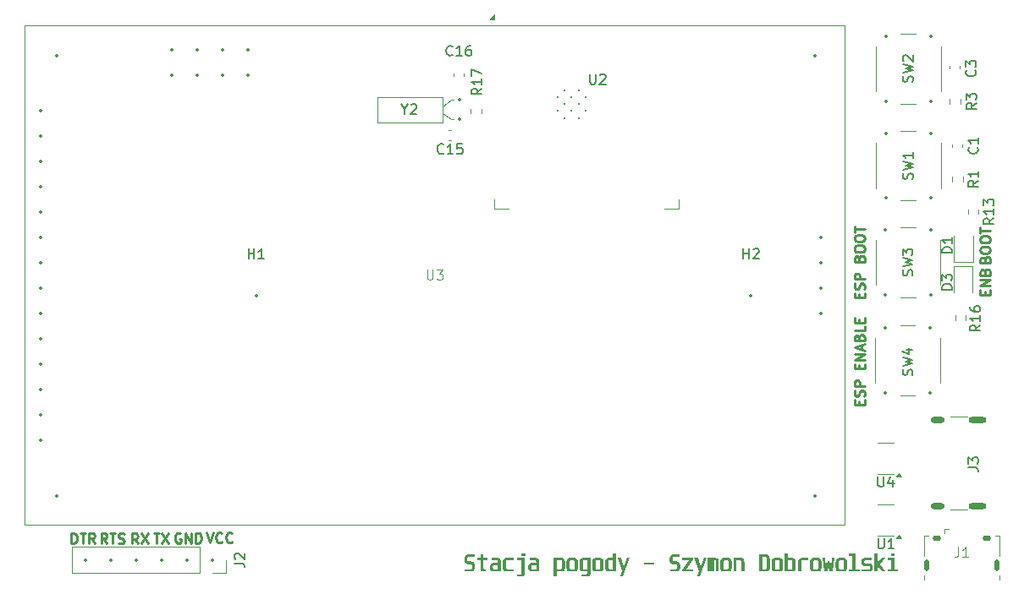
<source format=gto>
%TF.GenerationSoftware,KiCad,Pcbnew,9.0.1*%
%TF.CreationDate,2025-12-02T19:06:14+01:00*%
%TF.ProjectId,stacja_pogody_modu__wew,73746163-6a61-45f7-906f-676f64795f6d,rev?*%
%TF.SameCoordinates,Original*%
%TF.FileFunction,Legend,Top*%
%TF.FilePolarity,Positive*%
%FSLAX46Y46*%
G04 Gerber Fmt 4.6, Leading zero omitted, Abs format (unit mm)*
G04 Created by KiCad (PCBNEW 9.0.1) date 2025-12-02 19:06:14*
%MOMM*%
%LPD*%
G01*
G04 APERTURE LIST*
%ADD10C,0.250000*%
%ADD11C,0.300000*%
%ADD12C,0.150000*%
%ADD13C,0.100000*%
%ADD14C,0.120000*%
%ADD15O,1.400000X0.600000*%
%ADD16O,1.800000X0.600000*%
%ADD17C,0.350000*%
%ADD18C,0.200000*%
%ADD19O,0.500000X1.150000*%
%ADD20O,0.850000X0.550000*%
G04 APERTURE END LIST*
D10*
X110073996Y-111784619D02*
X109740663Y-111308428D01*
X109502568Y-111784619D02*
X109502568Y-110784619D01*
X109502568Y-110784619D02*
X109883520Y-110784619D01*
X109883520Y-110784619D02*
X109978758Y-110832238D01*
X109978758Y-110832238D02*
X110026377Y-110879857D01*
X110026377Y-110879857D02*
X110073996Y-110975095D01*
X110073996Y-110975095D02*
X110073996Y-111117952D01*
X110073996Y-111117952D02*
X110026377Y-111213190D01*
X110026377Y-111213190D02*
X109978758Y-111260809D01*
X109978758Y-111260809D02*
X109883520Y-111308428D01*
X109883520Y-111308428D02*
X109502568Y-111308428D01*
X110359711Y-110784619D02*
X110931139Y-110784619D01*
X110645425Y-111784619D02*
X110645425Y-110784619D01*
X111216854Y-111737000D02*
X111359711Y-111784619D01*
X111359711Y-111784619D02*
X111597806Y-111784619D01*
X111597806Y-111784619D02*
X111693044Y-111737000D01*
X111693044Y-111737000D02*
X111740663Y-111689380D01*
X111740663Y-111689380D02*
X111788282Y-111594142D01*
X111788282Y-111594142D02*
X111788282Y-111498904D01*
X111788282Y-111498904D02*
X111740663Y-111403666D01*
X111740663Y-111403666D02*
X111693044Y-111356047D01*
X111693044Y-111356047D02*
X111597806Y-111308428D01*
X111597806Y-111308428D02*
X111407330Y-111260809D01*
X111407330Y-111260809D02*
X111312092Y-111213190D01*
X111312092Y-111213190D02*
X111264473Y-111165571D01*
X111264473Y-111165571D02*
X111216854Y-111070333D01*
X111216854Y-111070333D02*
X111216854Y-110975095D01*
X111216854Y-110975095D02*
X111264473Y-110879857D01*
X111264473Y-110879857D02*
X111312092Y-110832238D01*
X111312092Y-110832238D02*
X111407330Y-110784619D01*
X111407330Y-110784619D02*
X111645425Y-110784619D01*
X111645425Y-110784619D02*
X111788282Y-110832238D01*
X197900809Y-83334098D02*
X197948428Y-83191241D01*
X197948428Y-83191241D02*
X197996047Y-83143622D01*
X197996047Y-83143622D02*
X198091285Y-83096003D01*
X198091285Y-83096003D02*
X198234142Y-83096003D01*
X198234142Y-83096003D02*
X198329380Y-83143622D01*
X198329380Y-83143622D02*
X198377000Y-83191241D01*
X198377000Y-83191241D02*
X198424619Y-83286479D01*
X198424619Y-83286479D02*
X198424619Y-83667431D01*
X198424619Y-83667431D02*
X197424619Y-83667431D01*
X197424619Y-83667431D02*
X197424619Y-83334098D01*
X197424619Y-83334098D02*
X197472238Y-83238860D01*
X197472238Y-83238860D02*
X197519857Y-83191241D01*
X197519857Y-83191241D02*
X197615095Y-83143622D01*
X197615095Y-83143622D02*
X197710333Y-83143622D01*
X197710333Y-83143622D02*
X197805571Y-83191241D01*
X197805571Y-83191241D02*
X197853190Y-83238860D01*
X197853190Y-83238860D02*
X197900809Y-83334098D01*
X197900809Y-83334098D02*
X197900809Y-83667431D01*
X197424619Y-82476955D02*
X197424619Y-82286479D01*
X197424619Y-82286479D02*
X197472238Y-82191241D01*
X197472238Y-82191241D02*
X197567476Y-82096003D01*
X197567476Y-82096003D02*
X197757952Y-82048384D01*
X197757952Y-82048384D02*
X198091285Y-82048384D01*
X198091285Y-82048384D02*
X198281761Y-82096003D01*
X198281761Y-82096003D02*
X198377000Y-82191241D01*
X198377000Y-82191241D02*
X198424619Y-82286479D01*
X198424619Y-82286479D02*
X198424619Y-82476955D01*
X198424619Y-82476955D02*
X198377000Y-82572193D01*
X198377000Y-82572193D02*
X198281761Y-82667431D01*
X198281761Y-82667431D02*
X198091285Y-82715050D01*
X198091285Y-82715050D02*
X197757952Y-82715050D01*
X197757952Y-82715050D02*
X197567476Y-82667431D01*
X197567476Y-82667431D02*
X197472238Y-82572193D01*
X197472238Y-82572193D02*
X197424619Y-82476955D01*
X197424619Y-81429336D02*
X197424619Y-81238860D01*
X197424619Y-81238860D02*
X197472238Y-81143622D01*
X197472238Y-81143622D02*
X197567476Y-81048384D01*
X197567476Y-81048384D02*
X197757952Y-81000765D01*
X197757952Y-81000765D02*
X198091285Y-81000765D01*
X198091285Y-81000765D02*
X198281761Y-81048384D01*
X198281761Y-81048384D02*
X198377000Y-81143622D01*
X198377000Y-81143622D02*
X198424619Y-81238860D01*
X198424619Y-81238860D02*
X198424619Y-81429336D01*
X198424619Y-81429336D02*
X198377000Y-81524574D01*
X198377000Y-81524574D02*
X198281761Y-81619812D01*
X198281761Y-81619812D02*
X198091285Y-81667431D01*
X198091285Y-81667431D02*
X197757952Y-81667431D01*
X197757952Y-81667431D02*
X197567476Y-81619812D01*
X197567476Y-81619812D02*
X197472238Y-81524574D01*
X197472238Y-81524574D02*
X197424619Y-81429336D01*
X197424619Y-80715050D02*
X197424619Y-80143622D01*
X198424619Y-80429336D02*
X197424619Y-80429336D01*
X114759711Y-110764619D02*
X115331139Y-110764619D01*
X115045425Y-111764619D02*
X115045425Y-110764619D01*
X115569235Y-110764619D02*
X116235901Y-111764619D01*
X116235901Y-110764619D02*
X115569235Y-111764619D01*
X106522568Y-111774619D02*
X106522568Y-110774619D01*
X106522568Y-110774619D02*
X106760663Y-110774619D01*
X106760663Y-110774619D02*
X106903520Y-110822238D01*
X106903520Y-110822238D02*
X106998758Y-110917476D01*
X106998758Y-110917476D02*
X107046377Y-111012714D01*
X107046377Y-111012714D02*
X107093996Y-111203190D01*
X107093996Y-111203190D02*
X107093996Y-111346047D01*
X107093996Y-111346047D02*
X107046377Y-111536523D01*
X107046377Y-111536523D02*
X106998758Y-111631761D01*
X106998758Y-111631761D02*
X106903520Y-111727000D01*
X106903520Y-111727000D02*
X106760663Y-111774619D01*
X106760663Y-111774619D02*
X106522568Y-111774619D01*
X107379711Y-110774619D02*
X107951139Y-110774619D01*
X107665425Y-111774619D02*
X107665425Y-110774619D01*
X108855901Y-111774619D02*
X108522568Y-111298428D01*
X108284473Y-111774619D02*
X108284473Y-110774619D01*
X108284473Y-110774619D02*
X108665425Y-110774619D01*
X108665425Y-110774619D02*
X108760663Y-110822238D01*
X108760663Y-110822238D02*
X108808282Y-110869857D01*
X108808282Y-110869857D02*
X108855901Y-110965095D01*
X108855901Y-110965095D02*
X108855901Y-111107952D01*
X108855901Y-111107952D02*
X108808282Y-111203190D01*
X108808282Y-111203190D02*
X108760663Y-111250809D01*
X108760663Y-111250809D02*
X108665425Y-111298428D01*
X108665425Y-111298428D02*
X108284473Y-111298428D01*
X117436377Y-110792238D02*
X117341139Y-110744619D01*
X117341139Y-110744619D02*
X117198282Y-110744619D01*
X117198282Y-110744619D02*
X117055425Y-110792238D01*
X117055425Y-110792238D02*
X116960187Y-110887476D01*
X116960187Y-110887476D02*
X116912568Y-110982714D01*
X116912568Y-110982714D02*
X116864949Y-111173190D01*
X116864949Y-111173190D02*
X116864949Y-111316047D01*
X116864949Y-111316047D02*
X116912568Y-111506523D01*
X116912568Y-111506523D02*
X116960187Y-111601761D01*
X116960187Y-111601761D02*
X117055425Y-111697000D01*
X117055425Y-111697000D02*
X117198282Y-111744619D01*
X117198282Y-111744619D02*
X117293520Y-111744619D01*
X117293520Y-111744619D02*
X117436377Y-111697000D01*
X117436377Y-111697000D02*
X117483996Y-111649380D01*
X117483996Y-111649380D02*
X117483996Y-111316047D01*
X117483996Y-111316047D02*
X117293520Y-111316047D01*
X117912568Y-111744619D02*
X117912568Y-110744619D01*
X117912568Y-110744619D02*
X118483996Y-111744619D01*
X118483996Y-111744619D02*
X118483996Y-110744619D01*
X118960187Y-111744619D02*
X118960187Y-110744619D01*
X118960187Y-110744619D02*
X119198282Y-110744619D01*
X119198282Y-110744619D02*
X119341139Y-110792238D01*
X119341139Y-110792238D02*
X119436377Y-110887476D01*
X119436377Y-110887476D02*
X119483996Y-110982714D01*
X119483996Y-110982714D02*
X119531615Y-111173190D01*
X119531615Y-111173190D02*
X119531615Y-111316047D01*
X119531615Y-111316047D02*
X119483996Y-111506523D01*
X119483996Y-111506523D02*
X119436377Y-111601761D01*
X119436377Y-111601761D02*
X119341139Y-111697000D01*
X119341139Y-111697000D02*
X119198282Y-111744619D01*
X119198282Y-111744619D02*
X118960187Y-111744619D01*
X185340809Y-97897431D02*
X185340809Y-97564098D01*
X185864619Y-97421241D02*
X185864619Y-97897431D01*
X185864619Y-97897431D02*
X184864619Y-97897431D01*
X184864619Y-97897431D02*
X184864619Y-97421241D01*
X185817000Y-97040288D02*
X185864619Y-96897431D01*
X185864619Y-96897431D02*
X185864619Y-96659336D01*
X185864619Y-96659336D02*
X185817000Y-96564098D01*
X185817000Y-96564098D02*
X185769380Y-96516479D01*
X185769380Y-96516479D02*
X185674142Y-96468860D01*
X185674142Y-96468860D02*
X185578904Y-96468860D01*
X185578904Y-96468860D02*
X185483666Y-96516479D01*
X185483666Y-96516479D02*
X185436047Y-96564098D01*
X185436047Y-96564098D02*
X185388428Y-96659336D01*
X185388428Y-96659336D02*
X185340809Y-96849812D01*
X185340809Y-96849812D02*
X185293190Y-96945050D01*
X185293190Y-96945050D02*
X185245571Y-96992669D01*
X185245571Y-96992669D02*
X185150333Y-97040288D01*
X185150333Y-97040288D02*
X185055095Y-97040288D01*
X185055095Y-97040288D02*
X184959857Y-96992669D01*
X184959857Y-96992669D02*
X184912238Y-96945050D01*
X184912238Y-96945050D02*
X184864619Y-96849812D01*
X184864619Y-96849812D02*
X184864619Y-96611717D01*
X184864619Y-96611717D02*
X184912238Y-96468860D01*
X185864619Y-96040288D02*
X184864619Y-96040288D01*
X184864619Y-96040288D02*
X184864619Y-95659336D01*
X184864619Y-95659336D02*
X184912238Y-95564098D01*
X184912238Y-95564098D02*
X184959857Y-95516479D01*
X184959857Y-95516479D02*
X185055095Y-95468860D01*
X185055095Y-95468860D02*
X185197952Y-95468860D01*
X185197952Y-95468860D02*
X185293190Y-95516479D01*
X185293190Y-95516479D02*
X185340809Y-95564098D01*
X185340809Y-95564098D02*
X185388428Y-95659336D01*
X185388428Y-95659336D02*
X185388428Y-96040288D01*
X185340809Y-94278383D02*
X185340809Y-93945050D01*
X185864619Y-93802193D02*
X185864619Y-94278383D01*
X185864619Y-94278383D02*
X184864619Y-94278383D01*
X184864619Y-94278383D02*
X184864619Y-93802193D01*
X185864619Y-93373621D02*
X184864619Y-93373621D01*
X184864619Y-93373621D02*
X185864619Y-92802193D01*
X185864619Y-92802193D02*
X184864619Y-92802193D01*
X185578904Y-92373621D02*
X185578904Y-91897431D01*
X185864619Y-92468859D02*
X184864619Y-92135526D01*
X184864619Y-92135526D02*
X185864619Y-91802193D01*
X185340809Y-91135526D02*
X185388428Y-90992669D01*
X185388428Y-90992669D02*
X185436047Y-90945050D01*
X185436047Y-90945050D02*
X185531285Y-90897431D01*
X185531285Y-90897431D02*
X185674142Y-90897431D01*
X185674142Y-90897431D02*
X185769380Y-90945050D01*
X185769380Y-90945050D02*
X185817000Y-90992669D01*
X185817000Y-90992669D02*
X185864619Y-91087907D01*
X185864619Y-91087907D02*
X185864619Y-91468859D01*
X185864619Y-91468859D02*
X184864619Y-91468859D01*
X184864619Y-91468859D02*
X184864619Y-91135526D01*
X184864619Y-91135526D02*
X184912238Y-91040288D01*
X184912238Y-91040288D02*
X184959857Y-90992669D01*
X184959857Y-90992669D02*
X185055095Y-90945050D01*
X185055095Y-90945050D02*
X185150333Y-90945050D01*
X185150333Y-90945050D02*
X185245571Y-90992669D01*
X185245571Y-90992669D02*
X185293190Y-91040288D01*
X185293190Y-91040288D02*
X185340809Y-91135526D01*
X185340809Y-91135526D02*
X185340809Y-91468859D01*
X185864619Y-89992669D02*
X185864619Y-90468859D01*
X185864619Y-90468859D02*
X184864619Y-90468859D01*
X185340809Y-89659335D02*
X185340809Y-89326002D01*
X185864619Y-89183145D02*
X185864619Y-89659335D01*
X185864619Y-89659335D02*
X184864619Y-89659335D01*
X184864619Y-89659335D02*
X184864619Y-89183145D01*
X113163996Y-111794619D02*
X112830663Y-111318428D01*
X112592568Y-111794619D02*
X112592568Y-110794619D01*
X112592568Y-110794619D02*
X112973520Y-110794619D01*
X112973520Y-110794619D02*
X113068758Y-110842238D01*
X113068758Y-110842238D02*
X113116377Y-110889857D01*
X113116377Y-110889857D02*
X113163996Y-110985095D01*
X113163996Y-110985095D02*
X113163996Y-111127952D01*
X113163996Y-111127952D02*
X113116377Y-111223190D01*
X113116377Y-111223190D02*
X113068758Y-111270809D01*
X113068758Y-111270809D02*
X112973520Y-111318428D01*
X112973520Y-111318428D02*
X112592568Y-111318428D01*
X113497330Y-110794619D02*
X114163996Y-111794619D01*
X114163996Y-110794619D02*
X113497330Y-111794619D01*
X197900809Y-86857431D02*
X197900809Y-86524098D01*
X198424619Y-86381241D02*
X198424619Y-86857431D01*
X198424619Y-86857431D02*
X197424619Y-86857431D01*
X197424619Y-86857431D02*
X197424619Y-86381241D01*
X198424619Y-85952669D02*
X197424619Y-85952669D01*
X197424619Y-85952669D02*
X198424619Y-85381241D01*
X198424619Y-85381241D02*
X197424619Y-85381241D01*
X197900809Y-84571717D02*
X197948428Y-84428860D01*
X197948428Y-84428860D02*
X197996047Y-84381241D01*
X197996047Y-84381241D02*
X198091285Y-84333622D01*
X198091285Y-84333622D02*
X198234142Y-84333622D01*
X198234142Y-84333622D02*
X198329380Y-84381241D01*
X198329380Y-84381241D02*
X198377000Y-84428860D01*
X198377000Y-84428860D02*
X198424619Y-84524098D01*
X198424619Y-84524098D02*
X198424619Y-84905050D01*
X198424619Y-84905050D02*
X197424619Y-84905050D01*
X197424619Y-84905050D02*
X197424619Y-84571717D01*
X197424619Y-84571717D02*
X197472238Y-84476479D01*
X197472238Y-84476479D02*
X197519857Y-84428860D01*
X197519857Y-84428860D02*
X197615095Y-84381241D01*
X197615095Y-84381241D02*
X197710333Y-84381241D01*
X197710333Y-84381241D02*
X197805571Y-84428860D01*
X197805571Y-84428860D02*
X197853190Y-84476479D01*
X197853190Y-84476479D02*
X197900809Y-84571717D01*
X197900809Y-84571717D02*
X197900809Y-84905050D01*
X120029711Y-110704619D02*
X120363044Y-111704619D01*
X120363044Y-111704619D02*
X120696377Y-110704619D01*
X121601139Y-111609380D02*
X121553520Y-111657000D01*
X121553520Y-111657000D02*
X121410663Y-111704619D01*
X121410663Y-111704619D02*
X121315425Y-111704619D01*
X121315425Y-111704619D02*
X121172568Y-111657000D01*
X121172568Y-111657000D02*
X121077330Y-111561761D01*
X121077330Y-111561761D02*
X121029711Y-111466523D01*
X121029711Y-111466523D02*
X120982092Y-111276047D01*
X120982092Y-111276047D02*
X120982092Y-111133190D01*
X120982092Y-111133190D02*
X121029711Y-110942714D01*
X121029711Y-110942714D02*
X121077330Y-110847476D01*
X121077330Y-110847476D02*
X121172568Y-110752238D01*
X121172568Y-110752238D02*
X121315425Y-110704619D01*
X121315425Y-110704619D02*
X121410663Y-110704619D01*
X121410663Y-110704619D02*
X121553520Y-110752238D01*
X121553520Y-110752238D02*
X121601139Y-110799857D01*
X122601139Y-111609380D02*
X122553520Y-111657000D01*
X122553520Y-111657000D02*
X122410663Y-111704619D01*
X122410663Y-111704619D02*
X122315425Y-111704619D01*
X122315425Y-111704619D02*
X122172568Y-111657000D01*
X122172568Y-111657000D02*
X122077330Y-111561761D01*
X122077330Y-111561761D02*
X122029711Y-111466523D01*
X122029711Y-111466523D02*
X121982092Y-111276047D01*
X121982092Y-111276047D02*
X121982092Y-111133190D01*
X121982092Y-111133190D02*
X122029711Y-110942714D01*
X122029711Y-110942714D02*
X122077330Y-110847476D01*
X122077330Y-110847476D02*
X122172568Y-110752238D01*
X122172568Y-110752238D02*
X122315425Y-110704619D01*
X122315425Y-110704619D02*
X122410663Y-110704619D01*
X122410663Y-110704619D02*
X122553520Y-110752238D01*
X122553520Y-110752238D02*
X122601139Y-110799857D01*
X185340809Y-87167431D02*
X185340809Y-86834098D01*
X185864619Y-86691241D02*
X185864619Y-87167431D01*
X185864619Y-87167431D02*
X184864619Y-87167431D01*
X184864619Y-87167431D02*
X184864619Y-86691241D01*
X185817000Y-86310288D02*
X185864619Y-86167431D01*
X185864619Y-86167431D02*
X185864619Y-85929336D01*
X185864619Y-85929336D02*
X185817000Y-85834098D01*
X185817000Y-85834098D02*
X185769380Y-85786479D01*
X185769380Y-85786479D02*
X185674142Y-85738860D01*
X185674142Y-85738860D02*
X185578904Y-85738860D01*
X185578904Y-85738860D02*
X185483666Y-85786479D01*
X185483666Y-85786479D02*
X185436047Y-85834098D01*
X185436047Y-85834098D02*
X185388428Y-85929336D01*
X185388428Y-85929336D02*
X185340809Y-86119812D01*
X185340809Y-86119812D02*
X185293190Y-86215050D01*
X185293190Y-86215050D02*
X185245571Y-86262669D01*
X185245571Y-86262669D02*
X185150333Y-86310288D01*
X185150333Y-86310288D02*
X185055095Y-86310288D01*
X185055095Y-86310288D02*
X184959857Y-86262669D01*
X184959857Y-86262669D02*
X184912238Y-86215050D01*
X184912238Y-86215050D02*
X184864619Y-86119812D01*
X184864619Y-86119812D02*
X184864619Y-85881717D01*
X184864619Y-85881717D02*
X184912238Y-85738860D01*
X185864619Y-85310288D02*
X184864619Y-85310288D01*
X184864619Y-85310288D02*
X184864619Y-84929336D01*
X184864619Y-84929336D02*
X184912238Y-84834098D01*
X184912238Y-84834098D02*
X184959857Y-84786479D01*
X184959857Y-84786479D02*
X185055095Y-84738860D01*
X185055095Y-84738860D02*
X185197952Y-84738860D01*
X185197952Y-84738860D02*
X185293190Y-84786479D01*
X185293190Y-84786479D02*
X185340809Y-84834098D01*
X185340809Y-84834098D02*
X185388428Y-84929336D01*
X185388428Y-84929336D02*
X185388428Y-85310288D01*
X185340809Y-83215050D02*
X185388428Y-83072193D01*
X185388428Y-83072193D02*
X185436047Y-83024574D01*
X185436047Y-83024574D02*
X185531285Y-82976955D01*
X185531285Y-82976955D02*
X185674142Y-82976955D01*
X185674142Y-82976955D02*
X185769380Y-83024574D01*
X185769380Y-83024574D02*
X185817000Y-83072193D01*
X185817000Y-83072193D02*
X185864619Y-83167431D01*
X185864619Y-83167431D02*
X185864619Y-83548383D01*
X185864619Y-83548383D02*
X184864619Y-83548383D01*
X184864619Y-83548383D02*
X184864619Y-83215050D01*
X184864619Y-83215050D02*
X184912238Y-83119812D01*
X184912238Y-83119812D02*
X184959857Y-83072193D01*
X184959857Y-83072193D02*
X185055095Y-83024574D01*
X185055095Y-83024574D02*
X185150333Y-83024574D01*
X185150333Y-83024574D02*
X185245571Y-83072193D01*
X185245571Y-83072193D02*
X185293190Y-83119812D01*
X185293190Y-83119812D02*
X185340809Y-83215050D01*
X185340809Y-83215050D02*
X185340809Y-83548383D01*
X184864619Y-82357907D02*
X184864619Y-82167431D01*
X184864619Y-82167431D02*
X184912238Y-82072193D01*
X184912238Y-82072193D02*
X185007476Y-81976955D01*
X185007476Y-81976955D02*
X185197952Y-81929336D01*
X185197952Y-81929336D02*
X185531285Y-81929336D01*
X185531285Y-81929336D02*
X185721761Y-81976955D01*
X185721761Y-81976955D02*
X185817000Y-82072193D01*
X185817000Y-82072193D02*
X185864619Y-82167431D01*
X185864619Y-82167431D02*
X185864619Y-82357907D01*
X185864619Y-82357907D02*
X185817000Y-82453145D01*
X185817000Y-82453145D02*
X185721761Y-82548383D01*
X185721761Y-82548383D02*
X185531285Y-82596002D01*
X185531285Y-82596002D02*
X185197952Y-82596002D01*
X185197952Y-82596002D02*
X185007476Y-82548383D01*
X185007476Y-82548383D02*
X184912238Y-82453145D01*
X184912238Y-82453145D02*
X184864619Y-82357907D01*
X184864619Y-81310288D02*
X184864619Y-81119812D01*
X184864619Y-81119812D02*
X184912238Y-81024574D01*
X184912238Y-81024574D02*
X185007476Y-80929336D01*
X185007476Y-80929336D02*
X185197952Y-80881717D01*
X185197952Y-80881717D02*
X185531285Y-80881717D01*
X185531285Y-80881717D02*
X185721761Y-80929336D01*
X185721761Y-80929336D02*
X185817000Y-81024574D01*
X185817000Y-81024574D02*
X185864619Y-81119812D01*
X185864619Y-81119812D02*
X185864619Y-81310288D01*
X185864619Y-81310288D02*
X185817000Y-81405526D01*
X185817000Y-81405526D02*
X185721761Y-81500764D01*
X185721761Y-81500764D02*
X185531285Y-81548383D01*
X185531285Y-81548383D02*
X185197952Y-81548383D01*
X185197952Y-81548383D02*
X185007476Y-81500764D01*
X185007476Y-81500764D02*
X184912238Y-81405526D01*
X184912238Y-81405526D02*
X184864619Y-81310288D01*
X184864619Y-80596002D02*
X184864619Y-80024574D01*
X185864619Y-80310288D02*
X184864619Y-80310288D01*
D11*
G36*
X146835962Y-112899374D02*
G01*
X146835962Y-113111316D01*
X146284034Y-113111316D01*
X146250136Y-113116142D01*
X146221019Y-113130275D01*
X146196319Y-113152330D01*
X146174857Y-113182757D01*
X146158588Y-113218013D01*
X146146556Y-113259327D01*
X146137122Y-113350552D01*
X146142104Y-113422507D01*
X146155820Y-113480406D01*
X146176964Y-113526864D01*
X146207856Y-113565286D01*
X146242964Y-113586795D01*
X146284034Y-113594001D01*
X146567325Y-113594001D01*
X146649475Y-113603263D01*
X146718359Y-113629721D01*
X146777979Y-113671985D01*
X146827535Y-113728365D01*
X146865425Y-113795870D01*
X146893572Y-113878391D01*
X146909937Y-113967743D01*
X146915646Y-114068259D01*
X146909418Y-114177089D01*
X146891466Y-114274980D01*
X146861698Y-114366073D01*
X146823322Y-114441768D01*
X146774186Y-114506440D01*
X146718359Y-114554058D01*
X146654399Y-114584759D01*
X146584086Y-114595000D01*
X145883231Y-114595000D01*
X145883231Y-114387271D01*
X146447707Y-114387271D01*
X146483475Y-114381737D01*
X146514843Y-114365289D01*
X146541632Y-114339898D01*
X146565218Y-114305480D01*
X146583173Y-114265355D01*
X146596634Y-114216270D01*
X146607167Y-114106086D01*
X146604021Y-114039424D01*
X146595627Y-113988483D01*
X146579349Y-113944166D01*
X146555785Y-113911913D01*
X146523837Y-113888015D01*
X146481229Y-113871064D01*
X146431860Y-113861927D01*
X146363718Y-113858424D01*
X146181177Y-113858424D01*
X146098645Y-113849490D01*
X146027945Y-113823803D01*
X145966403Y-113782443D01*
X145915655Y-113727266D01*
X145876729Y-113660715D01*
X145847511Y-113579346D01*
X145830440Y-113490523D01*
X145824430Y-113388379D01*
X145830327Y-113289475D01*
X145847511Y-113198419D01*
X145875980Y-113113408D01*
X145912540Y-113043172D01*
X145959613Y-112983260D01*
X146014390Y-112938209D01*
X146077353Y-112909151D01*
X146147563Y-112899374D01*
X146835962Y-112899374D01*
G37*
G36*
X147763504Y-112899374D02*
G01*
X147763504Y-113249801D01*
X148185373Y-113249801D01*
X148185373Y-113461835D01*
X147763504Y-113461835D01*
X147763504Y-114194197D01*
X147768725Y-114302274D01*
X147779212Y-114337046D01*
X147798126Y-114359977D01*
X147826027Y-114374507D01*
X147869475Y-114383058D01*
X148002740Y-114387271D01*
X148002740Y-114595000D01*
X147784570Y-114595000D01*
X147684337Y-114590614D01*
X147612471Y-114579246D01*
X147550779Y-114556760D01*
X147505401Y-114523650D01*
X147472405Y-114478058D01*
X147449805Y-114414565D01*
X147438424Y-114340530D01*
X147434051Y-114238252D01*
X147434051Y-113461835D01*
X147121359Y-113461835D01*
X147121359Y-113249801D01*
X147434051Y-113249801D01*
X147434051Y-112899374D01*
X147763504Y-112899374D01*
G37*
G36*
X149239096Y-113254976D02*
G01*
X149309195Y-113268761D01*
X149369847Y-113295076D01*
X149417273Y-113334890D01*
X149452378Y-113388230D01*
X149478089Y-113462842D01*
X149491817Y-113548763D01*
X149497049Y-113665350D01*
X149497049Y-114595000D01*
X148678591Y-114595000D01*
X148613948Y-114587051D01*
X148555767Y-114563584D01*
X148504292Y-114526466D01*
X148459230Y-114476481D01*
X148423635Y-114416747D01*
X148396307Y-114344223D01*
X148379992Y-114265529D01*
X148374325Y-114177436D01*
X148375557Y-114158476D01*
X148691139Y-114158476D01*
X148699630Y-114280840D01*
X148719345Y-114346818D01*
X148744575Y-114377902D01*
X148775128Y-114387271D01*
X149169610Y-114387271D01*
X149169610Y-113959174D01*
X148907294Y-113959174D01*
X148845170Y-113962099D01*
X148800315Y-113969707D01*
X148761826Y-113984103D01*
X148734187Y-114004329D01*
X148714024Y-114031329D01*
X148700573Y-114066244D01*
X148693713Y-114106118D01*
X148691139Y-114158476D01*
X148375557Y-114158476D01*
X148379942Y-114090980D01*
X148396307Y-114011656D01*
X148423594Y-113937866D01*
X148459230Y-113876284D01*
X148504392Y-113824360D01*
X148555767Y-113786067D01*
X148614017Y-113761692D01*
X148678591Y-113753461D01*
X149171717Y-113753461D01*
X149171717Y-113638056D01*
X149162965Y-113542831D01*
X149143415Y-113497555D01*
X149121861Y-113478803D01*
X149090512Y-113466495D01*
X149045779Y-113461835D01*
X148544318Y-113461835D01*
X148544318Y-113249801D01*
X149146530Y-113249801D01*
X149239096Y-113254976D01*
G37*
G36*
X150747816Y-113249801D02*
G01*
X150747816Y-113461835D01*
X150145513Y-113461835D01*
X150109591Y-113464695D01*
X150082590Y-113472368D01*
X150060409Y-113486385D01*
X150043756Y-113507997D01*
X150032530Y-113535893D01*
X150023789Y-113577240D01*
X150017561Y-113688431D01*
X150017561Y-114177436D01*
X150023561Y-114261463D01*
X150038742Y-114316985D01*
X150060120Y-114352068D01*
X150086803Y-114372525D01*
X150138618Y-114383361D01*
X150307080Y-114389378D01*
X150394183Y-114388370D01*
X150529555Y-114387271D01*
X150747816Y-114387271D01*
X150747816Y-114595000D01*
X150036428Y-114595000D01*
X149947816Y-114588807D01*
X149877976Y-114571919D01*
X149817528Y-114541511D01*
X149769898Y-114497455D01*
X149734488Y-114440132D01*
X149707983Y-114362083D01*
X149693496Y-114273072D01*
X149688016Y-114154263D01*
X149688016Y-113688431D01*
X149693474Y-113571491D01*
X149707983Y-113482809D01*
X149734497Y-113404695D01*
X149769898Y-113347438D01*
X149817535Y-113303308D01*
X149877976Y-113272882D01*
X149947816Y-113255994D01*
X150036428Y-113249801D01*
X150747816Y-113249801D01*
G37*
G36*
X151899940Y-113249801D02*
G01*
X151899940Y-114691536D01*
X151894762Y-114804282D01*
X151881072Y-114888732D01*
X151855445Y-114962643D01*
X151820164Y-115016776D01*
X151772688Y-115057642D01*
X151712087Y-115085012D01*
X151642259Y-115099565D01*
X151551619Y-115104979D01*
X151100442Y-115104979D01*
X151100442Y-114895052D01*
X151364865Y-114895052D01*
X151430665Y-114891802D01*
X151476057Y-114883511D01*
X151513703Y-114867445D01*
X151538980Y-114844677D01*
X151555753Y-114814025D01*
X151566274Y-114770213D01*
X151572594Y-114649588D01*
X151572594Y-113461835D01*
X151100442Y-113461835D01*
X151100442Y-113249801D01*
X151899940Y-113249801D01*
G37*
G36*
X151935661Y-112821705D02*
G01*
X151935661Y-113081915D01*
X151551619Y-113081915D01*
X151551619Y-112821705D01*
X151935661Y-112821705D01*
G37*
G36*
X153085921Y-113254976D02*
G01*
X153156020Y-113268761D01*
X153216672Y-113295076D01*
X153264098Y-113334890D01*
X153299203Y-113388230D01*
X153324914Y-113462842D01*
X153338642Y-113548763D01*
X153343873Y-113665350D01*
X153343873Y-114595000D01*
X152525416Y-114595000D01*
X152460772Y-114587051D01*
X152402592Y-114563584D01*
X152351117Y-114526466D01*
X152306055Y-114476481D01*
X152270460Y-114416747D01*
X152243132Y-114344223D01*
X152226817Y-114265529D01*
X152221150Y-114177436D01*
X152222382Y-114158476D01*
X152537964Y-114158476D01*
X152546455Y-114280840D01*
X152566170Y-114346818D01*
X152591400Y-114377902D01*
X152621953Y-114387271D01*
X153016435Y-114387271D01*
X153016435Y-113959174D01*
X152754118Y-113959174D01*
X152691994Y-113962099D01*
X152647140Y-113969707D01*
X152608651Y-113984103D01*
X152581011Y-114004329D01*
X152560849Y-114031329D01*
X152547397Y-114066244D01*
X152540537Y-114106118D01*
X152537964Y-114158476D01*
X152222382Y-114158476D01*
X152226767Y-114090980D01*
X152243132Y-114011656D01*
X152270419Y-113937866D01*
X152306055Y-113876284D01*
X152351217Y-113824360D01*
X152402592Y-113786067D01*
X152460842Y-113761692D01*
X152525416Y-113753461D01*
X153018542Y-113753461D01*
X153018542Y-113638056D01*
X153009790Y-113542831D01*
X152990240Y-113497555D01*
X152968686Y-113478803D01*
X152937337Y-113466495D01*
X152892604Y-113461835D01*
X152391143Y-113461835D01*
X152391143Y-113249801D01*
X152993354Y-113249801D01*
X153085921Y-113254976D01*
G37*
G36*
X155642804Y-113255675D02*
G01*
X155713243Y-113271875D01*
X155774700Y-113301521D01*
X155823335Y-113345331D01*
X155859762Y-113402792D01*
X155887357Y-113481710D01*
X155902662Y-113571643D01*
X155908423Y-113690538D01*
X155908423Y-114154263D01*
X155902944Y-114273072D01*
X155888456Y-114362083D01*
X155861951Y-114440132D01*
X155826541Y-114497455D01*
X155778740Y-114541442D01*
X155717364Y-114571919D01*
X155646401Y-114588792D01*
X155555798Y-114595000D01*
X155108833Y-114595000D01*
X155108833Y-115104979D01*
X154785700Y-115104979D01*
X154785700Y-114387271D01*
X155108833Y-114387271D01*
X155453032Y-114387271D01*
X155487157Y-114384737D01*
X155513849Y-114377837D01*
X155536285Y-114364839D01*
X155553691Y-114344315D01*
X155565777Y-114317564D01*
X155574665Y-114279193D01*
X155580985Y-114173223D01*
X155580985Y-113659030D01*
X155577962Y-113591624D01*
X155570452Y-113547839D01*
X155555268Y-113512426D01*
X155532717Y-113489129D01*
X155502030Y-113474457D01*
X155457154Y-113466048D01*
X155335521Y-113461835D01*
X155108833Y-113461835D01*
X155108833Y-114387271D01*
X154785700Y-114387271D01*
X154785700Y-113249801D01*
X155555798Y-113249801D01*
X155642804Y-113255675D01*
G37*
G36*
X156941536Y-113255980D02*
G01*
X157010172Y-113272882D01*
X157069893Y-113303190D01*
X157118250Y-113347438D01*
X157154726Y-113404766D01*
X157182272Y-113482809D01*
X157197517Y-113571526D01*
X157203246Y-113688431D01*
X157203246Y-114154263D01*
X157197766Y-114273072D01*
X157183279Y-114362083D01*
X157156598Y-114440033D01*
X157120356Y-114497455D01*
X157071834Y-114541560D01*
X157011180Y-114571919D01*
X156941660Y-114588844D01*
X156854925Y-114595000D01*
X156405763Y-114595000D01*
X156315159Y-114588792D01*
X156244196Y-114571919D01*
X156182898Y-114541448D01*
X156135111Y-114497455D01*
X156099924Y-114440107D01*
X156074203Y-114362083D01*
X156060516Y-114273103D01*
X156055335Y-114154263D01*
X156055335Y-113688431D01*
X156384788Y-113688431D01*
X156384788Y-114150142D01*
X156393240Y-114266734D01*
X156413090Y-114331675D01*
X156436427Y-114362244D01*
X156468652Y-114380632D01*
X156512833Y-114387271D01*
X156743642Y-114387271D01*
X156789180Y-114380537D01*
X156821619Y-114362079D01*
X156844392Y-114331675D01*
X156863587Y-114267286D01*
X156871687Y-114154263D01*
X156871687Y-113688431D01*
X156863557Y-113577562D01*
X156844392Y-113515324D01*
X156821788Y-113486217D01*
X156789382Y-113468379D01*
X156743642Y-113461835D01*
X156512833Y-113461835D01*
X156468458Y-113468286D01*
X156436260Y-113486055D01*
X156413090Y-113515324D01*
X156393205Y-113577635D01*
X156384788Y-113688431D01*
X156055335Y-113688431D01*
X156060496Y-113571457D01*
X156074203Y-113482809D01*
X156099933Y-113404721D01*
X156135111Y-113347438D01*
X156182905Y-113303371D01*
X156244196Y-113272882D01*
X156315159Y-113256009D01*
X156405763Y-113249801D01*
X156854925Y-113249801D01*
X156941536Y-113255980D01*
G37*
G36*
X158456120Y-114664242D02*
G01*
X158450917Y-114784923D01*
X158437253Y-114874077D01*
X158411573Y-114952156D01*
X158376345Y-115009449D01*
X158328855Y-115053346D01*
X158269366Y-115082905D01*
X158200310Y-115098989D01*
X158109906Y-115104979D01*
X157583166Y-115104979D01*
X157583166Y-114895052D01*
X157870670Y-114895052D01*
X158003844Y-114888732D01*
X158051428Y-114877853D01*
X158083620Y-114860430D01*
X158107121Y-114834358D01*
X158122454Y-114797507D01*
X158129982Y-114752763D01*
X158132987Y-114685217D01*
X158132987Y-114595000D01*
X157715332Y-114595000D01*
X157624729Y-114588792D01*
X157553765Y-114571919D01*
X157492450Y-114541452D01*
X157444589Y-114497455D01*
X157409422Y-114440105D01*
X157383772Y-114362083D01*
X157370085Y-114273103D01*
X157364904Y-114154263D01*
X157364904Y-113690538D01*
X157366119Y-113665350D01*
X157688038Y-113665350D01*
X157688038Y-114173223D01*
X157696103Y-114285043D01*
X157714233Y-114341109D01*
X157735770Y-114365520D01*
X157768876Y-114381274D01*
X157818189Y-114387271D01*
X158132987Y-114387271D01*
X158132987Y-113461835D01*
X157908406Y-113461835D01*
X157799321Y-113469162D01*
X157760539Y-113480629D01*
X157732185Y-113498563D01*
X157711369Y-113524226D01*
X157697472Y-113560478D01*
X157690690Y-113603465D01*
X157688038Y-113665350D01*
X157366119Y-113665350D01*
X157370641Y-113571639D01*
X157385879Y-113481710D01*
X157413227Y-113402693D01*
X157448802Y-113345331D01*
X157496522Y-113301493D01*
X157556879Y-113271875D01*
X157626662Y-113255732D01*
X157715332Y-113249801D01*
X158456120Y-113249801D01*
X158456120Y-114664242D01*
G37*
G36*
X159506086Y-113255980D02*
G01*
X159574722Y-113272882D01*
X159634443Y-113303190D01*
X159682800Y-113347438D01*
X159719276Y-113404766D01*
X159746822Y-113482809D01*
X159762067Y-113571526D01*
X159767796Y-113688431D01*
X159767796Y-114154263D01*
X159762316Y-114273072D01*
X159747829Y-114362083D01*
X159721148Y-114440033D01*
X159684906Y-114497455D01*
X159636384Y-114541560D01*
X159575730Y-114571919D01*
X159506210Y-114588844D01*
X159419475Y-114595000D01*
X158970313Y-114595000D01*
X158879709Y-114588792D01*
X158808746Y-114571919D01*
X158747448Y-114541448D01*
X158699661Y-114497455D01*
X158664474Y-114440107D01*
X158638753Y-114362083D01*
X158625066Y-114273103D01*
X158619885Y-114154263D01*
X158619885Y-113688431D01*
X158949338Y-113688431D01*
X158949338Y-114150142D01*
X158957790Y-114266734D01*
X158977640Y-114331675D01*
X159000977Y-114362244D01*
X159033202Y-114380632D01*
X159077383Y-114387271D01*
X159308192Y-114387271D01*
X159353730Y-114380537D01*
X159386169Y-114362079D01*
X159408942Y-114331675D01*
X159428137Y-114267286D01*
X159436236Y-114154263D01*
X159436236Y-113688431D01*
X159428107Y-113577562D01*
X159408942Y-113515324D01*
X159386338Y-113486217D01*
X159353932Y-113468379D01*
X159308192Y-113461835D01*
X159077383Y-113461835D01*
X159033008Y-113468286D01*
X159000810Y-113486055D01*
X158977640Y-113515324D01*
X158957755Y-113577635D01*
X158949338Y-113688431D01*
X158619885Y-113688431D01*
X158625046Y-113571457D01*
X158638753Y-113482809D01*
X158664483Y-113404721D01*
X158699661Y-113347438D01*
X158747455Y-113303371D01*
X158808746Y-113272882D01*
X158879709Y-113256009D01*
X158970313Y-113249801D01*
X159419475Y-113249801D01*
X159506086Y-113255980D01*
G37*
G36*
X161018564Y-114595000D02*
G01*
X160284095Y-114595000D01*
X160195666Y-114588003D01*
X160125642Y-114568804D01*
X160065551Y-114534897D01*
X160017565Y-114485915D01*
X159982148Y-114423510D01*
X159955649Y-114340010D01*
X159941173Y-114246180D01*
X159935774Y-114124954D01*
X159935774Y-113719938D01*
X159937083Y-113690538D01*
X160254694Y-113690538D01*
X160254694Y-114009549D01*
X160257677Y-114128960D01*
X160265227Y-114209951D01*
X160280795Y-114279192D01*
X160301955Y-114324348D01*
X160333152Y-114357121D01*
X160374312Y-114375730D01*
X160423645Y-114384069D01*
X160491823Y-114387271D01*
X160693324Y-114387271D01*
X160693324Y-113461835D01*
X160386952Y-113461835D01*
X160352746Y-113464370D01*
X160326044Y-113471269D01*
X160303554Y-113484621D01*
X160285102Y-113506989D01*
X160272087Y-113535894D01*
X160262021Y-113577240D01*
X160254694Y-113690538D01*
X159937083Y-113690538D01*
X159941174Y-113598632D01*
X159955649Y-113504791D01*
X159982152Y-113421305D01*
X160017565Y-113358978D01*
X160065561Y-113309942D01*
X160125642Y-113276088D01*
X160195671Y-113256821D01*
X160284095Y-113249801D01*
X160693324Y-113249801D01*
X160693324Y-112821705D01*
X161018564Y-112821705D01*
X161018564Y-114595000D01*
G37*
G36*
X161503447Y-113249801D02*
G01*
X161793058Y-114124954D01*
X161803499Y-114124954D01*
X162095217Y-113249801D01*
X162372188Y-113249801D01*
X161698627Y-115104979D01*
X161409016Y-115104979D01*
X161627278Y-114559279D01*
X161150913Y-113249801D01*
X161503447Y-113249801D01*
G37*
G36*
X164844414Y-113700979D02*
G01*
X164844414Y-113915119D01*
X163799360Y-113915119D01*
X163799360Y-113700979D01*
X164844414Y-113700979D01*
G37*
G36*
X167352361Y-112899374D02*
G01*
X167352361Y-113111316D01*
X166800433Y-113111316D01*
X166766535Y-113116142D01*
X166737418Y-113130275D01*
X166712718Y-113152330D01*
X166691256Y-113182757D01*
X166674987Y-113218013D01*
X166662955Y-113259327D01*
X166653521Y-113350552D01*
X166658503Y-113422507D01*
X166672219Y-113480406D01*
X166693363Y-113526864D01*
X166724255Y-113565286D01*
X166759363Y-113586795D01*
X166800433Y-113594001D01*
X167083724Y-113594001D01*
X167165874Y-113603263D01*
X167234758Y-113629721D01*
X167294378Y-113671985D01*
X167343934Y-113728365D01*
X167381824Y-113795870D01*
X167409972Y-113878391D01*
X167426336Y-113967743D01*
X167432045Y-114068259D01*
X167425817Y-114177089D01*
X167407865Y-114274980D01*
X167378097Y-114366073D01*
X167339721Y-114441768D01*
X167290585Y-114506440D01*
X167234758Y-114554058D01*
X167170798Y-114584759D01*
X167100485Y-114595000D01*
X166399631Y-114595000D01*
X166399631Y-114387271D01*
X166964106Y-114387271D01*
X166999874Y-114381737D01*
X167031243Y-114365289D01*
X167058031Y-114339898D01*
X167081618Y-114305480D01*
X167099572Y-114265355D01*
X167113033Y-114216270D01*
X167123566Y-114106086D01*
X167120420Y-114039424D01*
X167112026Y-113988483D01*
X167095748Y-113944166D01*
X167072184Y-113911913D01*
X167040236Y-113888015D01*
X166997629Y-113871064D01*
X166948259Y-113861927D01*
X166880117Y-113858424D01*
X166697576Y-113858424D01*
X166615045Y-113849490D01*
X166544344Y-113823803D01*
X166482802Y-113782443D01*
X166432054Y-113727266D01*
X166393128Y-113660715D01*
X166363910Y-113579346D01*
X166346840Y-113490523D01*
X166340829Y-113388379D01*
X166346726Y-113289475D01*
X166363910Y-113198419D01*
X166392379Y-113113408D01*
X166428940Y-113043172D01*
X166476012Y-112983260D01*
X166530789Y-112938209D01*
X166593752Y-112909151D01*
X166663962Y-112899374D01*
X167352361Y-112899374D01*
G37*
G36*
X168682904Y-113249801D02*
G01*
X168682904Y-113417688D01*
X168067962Y-114387271D01*
X168682904Y-114387271D01*
X168682904Y-114595000D01*
X167654611Y-114595000D01*
X167654611Y-114466955D01*
X168303076Y-113461835D01*
X167654611Y-113461835D01*
X167654611Y-113249801D01*
X168682904Y-113249801D01*
G37*
G36*
X169197096Y-113249801D02*
G01*
X169486707Y-114124954D01*
X169497149Y-114124954D01*
X169788866Y-113249801D01*
X170065838Y-113249801D01*
X169392277Y-115104979D01*
X169102666Y-115104979D01*
X169320928Y-114559279D01*
X168844562Y-113249801D01*
X169197096Y-113249801D01*
G37*
G36*
X170947310Y-113249801D02*
G01*
X171038082Y-113255193D01*
X171108877Y-113269768D01*
X171170411Y-113297204D01*
X171218053Y-113338004D01*
X171253263Y-113392129D01*
X171278870Y-113466048D01*
X171292536Y-113550750D01*
X171297738Y-113665350D01*
X171297738Y-114595000D01*
X171014446Y-114595000D01*
X171014446Y-113688431D01*
X171008127Y-113577240D01*
X170998924Y-113536069D01*
X170986145Y-113507997D01*
X170967982Y-113486227D01*
X170946211Y-113472368D01*
X170920411Y-113464680D01*
X170886494Y-113461835D01*
X170836119Y-113461835D01*
X170836119Y-114595000D01*
X170615751Y-114595000D01*
X170615751Y-113461835D01*
X170466732Y-113461835D01*
X170466732Y-114595000D01*
X170172999Y-114595000D01*
X170172999Y-113249801D01*
X170947310Y-113249801D01*
G37*
G36*
X172328836Y-113255980D02*
G01*
X172397472Y-113272882D01*
X172457192Y-113303190D01*
X172505549Y-113347438D01*
X172542026Y-113404766D01*
X172569571Y-113482809D01*
X172584816Y-113571526D01*
X172590546Y-113688431D01*
X172590546Y-114154263D01*
X172585066Y-114273072D01*
X172570579Y-114362083D01*
X172543897Y-114440033D01*
X172507656Y-114497455D01*
X172459134Y-114541560D01*
X172398479Y-114571919D01*
X172328960Y-114588844D01*
X172242225Y-114595000D01*
X171793062Y-114595000D01*
X171702459Y-114588792D01*
X171631495Y-114571919D01*
X171570197Y-114541448D01*
X171522411Y-114497455D01*
X171487224Y-114440107D01*
X171461502Y-114362083D01*
X171447816Y-114273103D01*
X171442635Y-114154263D01*
X171442635Y-113688431D01*
X171772088Y-113688431D01*
X171772088Y-114150142D01*
X171780540Y-114266734D01*
X171800389Y-114331675D01*
X171823727Y-114362244D01*
X171855951Y-114380632D01*
X171900132Y-114387271D01*
X172130942Y-114387271D01*
X172176480Y-114380537D01*
X172208918Y-114362079D01*
X172231692Y-114331675D01*
X172250886Y-114267286D01*
X172258986Y-114154263D01*
X172258986Y-113688431D01*
X172250856Y-113577562D01*
X172231692Y-113515324D01*
X172209087Y-113486217D01*
X172176681Y-113468379D01*
X172130942Y-113461835D01*
X171900132Y-113461835D01*
X171855757Y-113468286D01*
X171823560Y-113486055D01*
X171800389Y-113515324D01*
X171780504Y-113577635D01*
X171772088Y-113688431D01*
X171442635Y-113688431D01*
X171447795Y-113571457D01*
X171461502Y-113482809D01*
X171487233Y-113404721D01*
X171522411Y-113347438D01*
X171570204Y-113303371D01*
X171631495Y-113272882D01*
X171702459Y-113256009D01*
X171793062Y-113249801D01*
X172242225Y-113249801D01*
X172328836Y-113255980D01*
G37*
G36*
X173499312Y-113249801D02*
G01*
X173590002Y-113254948D01*
X173659780Y-113268761D01*
X173720246Y-113295120D01*
X173766850Y-113334890D01*
X173801174Y-113388138D01*
X173826659Y-113462842D01*
X173840320Y-113548760D01*
X173845526Y-113665350D01*
X173845526Y-114595000D01*
X173524500Y-114595000D01*
X173524500Y-113688431D01*
X173518180Y-113577240D01*
X173508906Y-113536067D01*
X173496106Y-113507997D01*
X173478017Y-113486231D01*
X173456264Y-113472368D01*
X173430699Y-113464636D01*
X173398562Y-113461835D01*
X173075337Y-113461835D01*
X173075337Y-114595000D01*
X172750097Y-114595000D01*
X172750097Y-113249801D01*
X173499312Y-113249801D01*
G37*
G36*
X176153327Y-112908387D02*
G01*
X176214896Y-112935095D01*
X176268887Y-112976987D01*
X176315646Y-113033738D01*
X176352485Y-113100741D01*
X176381683Y-113181658D01*
X176399653Y-113268821D01*
X176405863Y-113365298D01*
X176405863Y-114135396D01*
X176399946Y-114229938D01*
X176382782Y-114315922D01*
X176354368Y-114395700D01*
X176317752Y-114461734D01*
X176270896Y-114517525D01*
X176215995Y-114559371D01*
X176153500Y-114586038D01*
X176084836Y-114595000D01*
X175323073Y-114595000D01*
X175323073Y-114387271D01*
X175648313Y-114387271D01*
X175946351Y-114387271D01*
X175978375Y-114382092D01*
X176008175Y-114366297D01*
X176034009Y-114342093D01*
X176056443Y-114309602D01*
X176073797Y-114272159D01*
X176086851Y-114228818D01*
X176097384Y-114135396D01*
X176097384Y-113365298D01*
X176086851Y-113268761D01*
X176073703Y-113224624D01*
X176056443Y-113187978D01*
X176034065Y-113156270D01*
X176008175Y-113132290D01*
X175978375Y-113116494D01*
X175946351Y-113111316D01*
X175648313Y-113111316D01*
X175648313Y-114387271D01*
X175323073Y-114387271D01*
X175323073Y-112899374D01*
X176084836Y-112899374D01*
X176153327Y-112908387D01*
G37*
G36*
X177457935Y-113255980D02*
G01*
X177526571Y-113272882D01*
X177586292Y-113303190D01*
X177634649Y-113347438D01*
X177671125Y-113404766D01*
X177698671Y-113482809D01*
X177713916Y-113571526D01*
X177719645Y-113688431D01*
X177719645Y-114154263D01*
X177714166Y-114273072D01*
X177699678Y-114362083D01*
X177672997Y-114440033D01*
X177636755Y-114497455D01*
X177588233Y-114541560D01*
X177527579Y-114571919D01*
X177458059Y-114588844D01*
X177371325Y-114595000D01*
X176922162Y-114595000D01*
X176831559Y-114588792D01*
X176760595Y-114571919D01*
X176699297Y-114541448D01*
X176651510Y-114497455D01*
X176616324Y-114440107D01*
X176590602Y-114362083D01*
X176576916Y-114273103D01*
X176571734Y-114154263D01*
X176571734Y-113688431D01*
X176901188Y-113688431D01*
X176901188Y-114150142D01*
X176909640Y-114266734D01*
X176929489Y-114331675D01*
X176952826Y-114362244D01*
X176985051Y-114380632D01*
X177029232Y-114387271D01*
X177260041Y-114387271D01*
X177305579Y-114380537D01*
X177338018Y-114362079D01*
X177360792Y-114331675D01*
X177379986Y-114267286D01*
X177388086Y-114154263D01*
X177388086Y-113688431D01*
X177379956Y-113577562D01*
X177360792Y-113515324D01*
X177338187Y-113486217D01*
X177305781Y-113468379D01*
X177260041Y-113461835D01*
X177029232Y-113461835D01*
X176984857Y-113468286D01*
X176952659Y-113486055D01*
X176929489Y-113515324D01*
X176909604Y-113577635D01*
X176901188Y-113688431D01*
X176571734Y-113688431D01*
X176576895Y-113571457D01*
X176590602Y-113482809D01*
X176616332Y-113404721D01*
X176651510Y-113347438D01*
X176699304Y-113303371D01*
X176760595Y-113272882D01*
X176831559Y-113256009D01*
X176922162Y-113249801D01*
X177371325Y-113249801D01*
X177457935Y-113255980D01*
G37*
G36*
X178208650Y-113249801D02*
G01*
X178626305Y-113249801D01*
X178719125Y-113257857D01*
X178792073Y-113279980D01*
X178849336Y-113314377D01*
X178893843Y-113361085D01*
X178925760Y-113417249D01*
X178951119Y-113492454D01*
X178968243Y-113591489D01*
X178974626Y-113719938D01*
X178974626Y-114124954D01*
X178968245Y-114253346D01*
X178951124Y-114352371D01*
X178925766Y-114427599D01*
X178893843Y-114483808D01*
X178849343Y-114530473D01*
X178792083Y-114564842D01*
X178719133Y-114586949D01*
X178626305Y-114595000D01*
X177881304Y-114595000D01*
X177881304Y-114387271D01*
X178208650Y-114387271D01*
X178439551Y-114387271D01*
X178545430Y-114380951D01*
X178582880Y-114369988D01*
X178609453Y-114351550D01*
X178628165Y-114324318D01*
X178640960Y-114282308D01*
X178649386Y-114154263D01*
X178649386Y-113690538D01*
X178643066Y-113577240D01*
X178634111Y-113535832D01*
X178622092Y-113506989D01*
X178604518Y-113484661D01*
X178582250Y-113471269D01*
X178555548Y-113464370D01*
X178521342Y-113461835D01*
X178208650Y-113461835D01*
X178208650Y-114387271D01*
X177881304Y-114387271D01*
X177881304Y-112821705D01*
X178208650Y-112821705D01*
X178208650Y-113249801D01*
G37*
G36*
X180217059Y-113461835D02*
G01*
X179725948Y-113461835D01*
X179626297Y-113469162D01*
X179591012Y-113481299D01*
X179565389Y-113501677D01*
X179547852Y-113530964D01*
X179536079Y-113576232D01*
X179528752Y-113709405D01*
X179528752Y-114595000D01*
X179203421Y-114595000D01*
X179203421Y-113659030D01*
X179211851Y-113550489D01*
X179234915Y-113465130D01*
X179270412Y-113398255D01*
X179317818Y-113346338D01*
X179376822Y-113306802D01*
X179450994Y-113276657D01*
X179543651Y-113256970D01*
X179658811Y-113249801D01*
X180217059Y-113249801D01*
X180217059Y-113461835D01*
G37*
G36*
X181304760Y-113255980D02*
G01*
X181373396Y-113272882D01*
X181433117Y-113303190D01*
X181481474Y-113347438D01*
X181517950Y-113404766D01*
X181545496Y-113482809D01*
X181560741Y-113571526D01*
X181566470Y-113688431D01*
X181566470Y-114154263D01*
X181560990Y-114273072D01*
X181546503Y-114362083D01*
X181519822Y-114440033D01*
X181483580Y-114497455D01*
X181435058Y-114541560D01*
X181374404Y-114571919D01*
X181304884Y-114588844D01*
X181218149Y-114595000D01*
X180768987Y-114595000D01*
X180678383Y-114588792D01*
X180607420Y-114571919D01*
X180546122Y-114541448D01*
X180498335Y-114497455D01*
X180463148Y-114440107D01*
X180437427Y-114362083D01*
X180423740Y-114273103D01*
X180418559Y-114154263D01*
X180418559Y-113688431D01*
X180748012Y-113688431D01*
X180748012Y-114150142D01*
X180756464Y-114266734D01*
X180776314Y-114331675D01*
X180799651Y-114362244D01*
X180831876Y-114380632D01*
X180876057Y-114387271D01*
X181106866Y-114387271D01*
X181152404Y-114380537D01*
X181184843Y-114362079D01*
X181207616Y-114331675D01*
X181226811Y-114267286D01*
X181234911Y-114154263D01*
X181234911Y-113688431D01*
X181226781Y-113577562D01*
X181207616Y-113515324D01*
X181185012Y-113486217D01*
X181152606Y-113468379D01*
X181106866Y-113461835D01*
X180876057Y-113461835D01*
X180831682Y-113468286D01*
X180799484Y-113486055D01*
X180776314Y-113515324D01*
X180756429Y-113577635D01*
X180748012Y-113688431D01*
X180418559Y-113688431D01*
X180423720Y-113571457D01*
X180437427Y-113482809D01*
X180463157Y-113404721D01*
X180498335Y-113347438D01*
X180546129Y-113303371D01*
X180607420Y-113272882D01*
X180678383Y-113256009D01*
X180768987Y-113249801D01*
X181218149Y-113249801D01*
X181304760Y-113255980D01*
G37*
G36*
X181961045Y-113249801D02*
G01*
X182026166Y-114210958D01*
X182036607Y-114210958D01*
X182172986Y-113587681D01*
X182376593Y-113587681D01*
X182508759Y-114206745D01*
X182521399Y-114206745D01*
X182584322Y-113249801D01*
X182894907Y-113249801D01*
X182727021Y-114595000D01*
X182376593Y-114595000D01*
X182277950Y-114091340D01*
X182267417Y-114091340D01*
X182172986Y-114595000D01*
X181822559Y-114595000D01*
X181654672Y-113249801D01*
X181961045Y-113249801D01*
G37*
G36*
X183869310Y-113255980D02*
G01*
X183937946Y-113272882D01*
X183997667Y-113303190D01*
X184046024Y-113347438D01*
X184082500Y-113404766D01*
X184110046Y-113482809D01*
X184125291Y-113571526D01*
X184131020Y-113688431D01*
X184131020Y-114154263D01*
X184125540Y-114273072D01*
X184111053Y-114362083D01*
X184084372Y-114440033D01*
X184048130Y-114497455D01*
X183999608Y-114541560D01*
X183938954Y-114571919D01*
X183869434Y-114588844D01*
X183782699Y-114595000D01*
X183333537Y-114595000D01*
X183242933Y-114588792D01*
X183171970Y-114571919D01*
X183110672Y-114541448D01*
X183062885Y-114497455D01*
X183027698Y-114440107D01*
X183001977Y-114362083D01*
X182988290Y-114273103D01*
X182983109Y-114154263D01*
X182983109Y-113688431D01*
X183312562Y-113688431D01*
X183312562Y-114150142D01*
X183321014Y-114266734D01*
X183340864Y-114331675D01*
X183364201Y-114362244D01*
X183396426Y-114380632D01*
X183440607Y-114387271D01*
X183671416Y-114387271D01*
X183716954Y-114380537D01*
X183749393Y-114362079D01*
X183772166Y-114331675D01*
X183791361Y-114267286D01*
X183799460Y-114154263D01*
X183799460Y-113688431D01*
X183791331Y-113577562D01*
X183772166Y-113515324D01*
X183749562Y-113486217D01*
X183717156Y-113468379D01*
X183671416Y-113461835D01*
X183440607Y-113461835D01*
X183396232Y-113468286D01*
X183364034Y-113486055D01*
X183340864Y-113515324D01*
X183320979Y-113577635D01*
X183312562Y-113688431D01*
X182983109Y-113688431D01*
X182988270Y-113571457D01*
X183001977Y-113482809D01*
X183027707Y-113404721D01*
X183062885Y-113347438D01*
X183110679Y-113303371D01*
X183171970Y-113272882D01*
X183242933Y-113256009D01*
X183333537Y-113249801D01*
X183782699Y-113249801D01*
X183869310Y-113255980D01*
G37*
G36*
X184997746Y-112821705D02*
G01*
X184997746Y-114387271D01*
X185371346Y-114387271D01*
X185371346Y-114595000D01*
X184307333Y-114595000D01*
X184307333Y-114387271D01*
X184672506Y-114387271D01*
X184672506Y-113033647D01*
X184307333Y-113033647D01*
X184307333Y-112821705D01*
X184997746Y-112821705D01*
G37*
G36*
X186596926Y-113249801D02*
G01*
X186596926Y-113461835D01*
X185952675Y-113461835D01*
X185903284Y-113471126D01*
X185867678Y-113497555D01*
X185846222Y-113541130D01*
X185837270Y-113621295D01*
X185846355Y-113698223D01*
X185869258Y-113745000D01*
X185903550Y-113771404D01*
X185952675Y-113780755D01*
X186395518Y-113780755D01*
X186463696Y-113788635D01*
X186521364Y-113811255D01*
X186571626Y-113846807D01*
X186613688Y-113893046D01*
X186646539Y-113948144D01*
X186671390Y-114014770D01*
X186686223Y-114086853D01*
X186691357Y-114166903D01*
X186681413Y-114300862D01*
X186654516Y-114403962D01*
X186613688Y-114482709D01*
X186570559Y-114531496D01*
X186518993Y-114566043D01*
X186457329Y-114587434D01*
X186382878Y-114595000D01*
X185598034Y-114595000D01*
X185598034Y-114387271D01*
X186313635Y-114387271D01*
X186350682Y-114377222D01*
X186380771Y-114345322D01*
X186398637Y-114296790D01*
X186405959Y-114215171D01*
X186398564Y-114133860D01*
X186380771Y-114087219D01*
X186350851Y-114056949D01*
X186313635Y-114047285D01*
X185854031Y-114047285D01*
X185781938Y-114039376D01*
X185721865Y-114016877D01*
X185670291Y-113980540D01*
X185628442Y-113931880D01*
X185596719Y-113873569D01*
X185572847Y-113802828D01*
X185558828Y-113726523D01*
X185553979Y-113642269D01*
X185564001Y-113521461D01*
X185591390Y-113427157D01*
X185633663Y-113353757D01*
X185677249Y-113309580D01*
X185731088Y-113277456D01*
X185797360Y-113257108D01*
X185879219Y-113249801D01*
X186596926Y-113249801D01*
G37*
G36*
X187159387Y-112821705D02*
G01*
X187159387Y-113715725D01*
X187180362Y-113715725D01*
X187589590Y-113249801D01*
X187929576Y-113249801D01*
X187400730Y-113866851D01*
X187979952Y-114595000D01*
X187602230Y-114595000D01*
X187176240Y-114030524D01*
X187159387Y-114030524D01*
X187159387Y-114595000D01*
X186829934Y-114595000D01*
X186829934Y-112821705D01*
X187159387Y-112821705D01*
G37*
G36*
X188880292Y-112821705D02*
G01*
X188880292Y-113081915D01*
X188496250Y-113081915D01*
X188496250Y-112821705D01*
X188880292Y-112821705D01*
G37*
G36*
X188850891Y-113249801D02*
G01*
X188850891Y-114387271D01*
X189216065Y-114387271D01*
X189216065Y-114595000D01*
X188154158Y-114595000D01*
X188154158Y-114387271D01*
X188525651Y-114387271D01*
X188525651Y-113461835D01*
X188154158Y-113461835D01*
X188154158Y-113249801D01*
X188850891Y-113249801D01*
G37*
D12*
X196243747Y-104169053D02*
X196958032Y-104169053D01*
X196958032Y-104169053D02*
X197100889Y-104216672D01*
X197100889Y-104216672D02*
X197196128Y-104311910D01*
X197196128Y-104311910D02*
X197243747Y-104454767D01*
X197243747Y-104454767D02*
X197243747Y-104550005D01*
X196243747Y-103788100D02*
X196243747Y-103169053D01*
X196243747Y-103169053D02*
X196624699Y-103502386D01*
X196624699Y-103502386D02*
X196624699Y-103359529D01*
X196624699Y-103359529D02*
X196672318Y-103264291D01*
X196672318Y-103264291D02*
X196719937Y-103216672D01*
X196719937Y-103216672D02*
X196815175Y-103169053D01*
X196815175Y-103169053D02*
X197053270Y-103169053D01*
X197053270Y-103169053D02*
X197148508Y-103216672D01*
X197148508Y-103216672D02*
X197196128Y-103264291D01*
X197196128Y-103264291D02*
X197243747Y-103359529D01*
X197243747Y-103359529D02*
X197243747Y-103645243D01*
X197243747Y-103645243D02*
X197196128Y-103740481D01*
X197196128Y-103740481D02*
X197148508Y-103788100D01*
X173738095Y-83254819D02*
X173738095Y-82254819D01*
X173738095Y-82731009D02*
X174309523Y-82731009D01*
X174309523Y-83254819D02*
X174309523Y-82254819D01*
X174738095Y-82350057D02*
X174785714Y-82302438D01*
X174785714Y-82302438D02*
X174880952Y-82254819D01*
X174880952Y-82254819D02*
X175119047Y-82254819D01*
X175119047Y-82254819D02*
X175214285Y-82302438D01*
X175214285Y-82302438D02*
X175261904Y-82350057D01*
X175261904Y-82350057D02*
X175309523Y-82445295D01*
X175309523Y-82445295D02*
X175309523Y-82540533D01*
X175309523Y-82540533D02*
X175261904Y-82683390D01*
X175261904Y-82683390D02*
X174690476Y-83254819D01*
X174690476Y-83254819D02*
X175309523Y-83254819D01*
D13*
X142106139Y-84352268D02*
X142106139Y-85161791D01*
X142106139Y-85161791D02*
X142153758Y-85257029D01*
X142153758Y-85257029D02*
X142201377Y-85304649D01*
X142201377Y-85304649D02*
X142296615Y-85352268D01*
X142296615Y-85352268D02*
X142487091Y-85352268D01*
X142487091Y-85352268D02*
X142582329Y-85304649D01*
X142582329Y-85304649D02*
X142629948Y-85257029D01*
X142629948Y-85257029D02*
X142677567Y-85161791D01*
X142677567Y-85161791D02*
X142677567Y-84352268D01*
X143058520Y-84352268D02*
X143677567Y-84352268D01*
X143677567Y-84352268D02*
X143344234Y-84733220D01*
X143344234Y-84733220D02*
X143487091Y-84733220D01*
X143487091Y-84733220D02*
X143582329Y-84780839D01*
X143582329Y-84780839D02*
X143629948Y-84828458D01*
X143629948Y-84828458D02*
X143677567Y-84923696D01*
X143677567Y-84923696D02*
X143677567Y-85161791D01*
X143677567Y-85161791D02*
X143629948Y-85257029D01*
X143629948Y-85257029D02*
X143582329Y-85304649D01*
X143582329Y-85304649D02*
X143487091Y-85352268D01*
X143487091Y-85352268D02*
X143201377Y-85352268D01*
X143201377Y-85352268D02*
X143106139Y-85304649D01*
X143106139Y-85304649D02*
X143058520Y-85257029D01*
D12*
X122844819Y-113773333D02*
X123559104Y-113773333D01*
X123559104Y-113773333D02*
X123701961Y-113820952D01*
X123701961Y-113820952D02*
X123797200Y-113916190D01*
X123797200Y-113916190D02*
X123844819Y-114059047D01*
X123844819Y-114059047D02*
X123844819Y-114154285D01*
X122940057Y-113344761D02*
X122892438Y-113297142D01*
X122892438Y-113297142D02*
X122844819Y-113201904D01*
X122844819Y-113201904D02*
X122844819Y-112963809D01*
X122844819Y-112963809D02*
X122892438Y-112868571D01*
X122892438Y-112868571D02*
X122940057Y-112820952D01*
X122940057Y-112820952D02*
X123035295Y-112773333D01*
X123035295Y-112773333D02*
X123130533Y-112773333D01*
X123130533Y-112773333D02*
X123273390Y-112820952D01*
X123273390Y-112820952D02*
X123844819Y-113392380D01*
X123844819Y-113392380D02*
X123844819Y-112773333D01*
X190637200Y-94923332D02*
X190684819Y-94780475D01*
X190684819Y-94780475D02*
X190684819Y-94542380D01*
X190684819Y-94542380D02*
X190637200Y-94447142D01*
X190637200Y-94447142D02*
X190589580Y-94399523D01*
X190589580Y-94399523D02*
X190494342Y-94351904D01*
X190494342Y-94351904D02*
X190399104Y-94351904D01*
X190399104Y-94351904D02*
X190303866Y-94399523D01*
X190303866Y-94399523D02*
X190256247Y-94447142D01*
X190256247Y-94447142D02*
X190208628Y-94542380D01*
X190208628Y-94542380D02*
X190161009Y-94732856D01*
X190161009Y-94732856D02*
X190113390Y-94828094D01*
X190113390Y-94828094D02*
X190065771Y-94875713D01*
X190065771Y-94875713D02*
X189970533Y-94923332D01*
X189970533Y-94923332D02*
X189875295Y-94923332D01*
X189875295Y-94923332D02*
X189780057Y-94875713D01*
X189780057Y-94875713D02*
X189732438Y-94828094D01*
X189732438Y-94828094D02*
X189684819Y-94732856D01*
X189684819Y-94732856D02*
X189684819Y-94494761D01*
X189684819Y-94494761D02*
X189732438Y-94351904D01*
X189684819Y-94018570D02*
X190684819Y-93780475D01*
X190684819Y-93780475D02*
X189970533Y-93589999D01*
X189970533Y-93589999D02*
X190684819Y-93399523D01*
X190684819Y-93399523D02*
X189684819Y-93161428D01*
X190018152Y-92351904D02*
X190684819Y-92351904D01*
X189637200Y-92589999D02*
X190351485Y-92828094D01*
X190351485Y-92828094D02*
X190351485Y-92209047D01*
X144647142Y-62819580D02*
X144599523Y-62867200D01*
X144599523Y-62867200D02*
X144456666Y-62914819D01*
X144456666Y-62914819D02*
X144361428Y-62914819D01*
X144361428Y-62914819D02*
X144218571Y-62867200D01*
X144218571Y-62867200D02*
X144123333Y-62771961D01*
X144123333Y-62771961D02*
X144075714Y-62676723D01*
X144075714Y-62676723D02*
X144028095Y-62486247D01*
X144028095Y-62486247D02*
X144028095Y-62343390D01*
X144028095Y-62343390D02*
X144075714Y-62152914D01*
X144075714Y-62152914D02*
X144123333Y-62057676D01*
X144123333Y-62057676D02*
X144218571Y-61962438D01*
X144218571Y-61962438D02*
X144361428Y-61914819D01*
X144361428Y-61914819D02*
X144456666Y-61914819D01*
X144456666Y-61914819D02*
X144599523Y-61962438D01*
X144599523Y-61962438D02*
X144647142Y-62010057D01*
X145599523Y-62914819D02*
X145028095Y-62914819D01*
X145313809Y-62914819D02*
X145313809Y-61914819D01*
X145313809Y-61914819D02*
X145218571Y-62057676D01*
X145218571Y-62057676D02*
X145123333Y-62152914D01*
X145123333Y-62152914D02*
X145028095Y-62200533D01*
X146456666Y-61914819D02*
X146266190Y-61914819D01*
X146266190Y-61914819D02*
X146170952Y-61962438D01*
X146170952Y-61962438D02*
X146123333Y-62010057D01*
X146123333Y-62010057D02*
X146028095Y-62152914D01*
X146028095Y-62152914D02*
X145980476Y-62343390D01*
X145980476Y-62343390D02*
X145980476Y-62724342D01*
X145980476Y-62724342D02*
X146028095Y-62819580D01*
X146028095Y-62819580D02*
X146075714Y-62867200D01*
X146075714Y-62867200D02*
X146170952Y-62914819D01*
X146170952Y-62914819D02*
X146361428Y-62914819D01*
X146361428Y-62914819D02*
X146456666Y-62867200D01*
X146456666Y-62867200D02*
X146504285Y-62819580D01*
X146504285Y-62819580D02*
X146551904Y-62724342D01*
X146551904Y-62724342D02*
X146551904Y-62486247D01*
X146551904Y-62486247D02*
X146504285Y-62391009D01*
X146504285Y-62391009D02*
X146456666Y-62343390D01*
X146456666Y-62343390D02*
X146361428Y-62295771D01*
X146361428Y-62295771D02*
X146170952Y-62295771D01*
X146170952Y-62295771D02*
X146075714Y-62343390D01*
X146075714Y-62343390D02*
X146028095Y-62391009D01*
X146028095Y-62391009D02*
X145980476Y-62486247D01*
X197444819Y-89897857D02*
X196968628Y-90231190D01*
X197444819Y-90469285D02*
X196444819Y-90469285D01*
X196444819Y-90469285D02*
X196444819Y-90088333D01*
X196444819Y-90088333D02*
X196492438Y-89993095D01*
X196492438Y-89993095D02*
X196540057Y-89945476D01*
X196540057Y-89945476D02*
X196635295Y-89897857D01*
X196635295Y-89897857D02*
X196778152Y-89897857D01*
X196778152Y-89897857D02*
X196873390Y-89945476D01*
X196873390Y-89945476D02*
X196921009Y-89993095D01*
X196921009Y-89993095D02*
X196968628Y-90088333D01*
X196968628Y-90088333D02*
X196968628Y-90469285D01*
X197444819Y-88945476D02*
X197444819Y-89516904D01*
X197444819Y-89231190D02*
X196444819Y-89231190D01*
X196444819Y-89231190D02*
X196587676Y-89326428D01*
X196587676Y-89326428D02*
X196682914Y-89421666D01*
X196682914Y-89421666D02*
X196730533Y-89516904D01*
X196444819Y-88088333D02*
X196444819Y-88278809D01*
X196444819Y-88278809D02*
X196492438Y-88374047D01*
X196492438Y-88374047D02*
X196540057Y-88421666D01*
X196540057Y-88421666D02*
X196682914Y-88516904D01*
X196682914Y-88516904D02*
X196873390Y-88564523D01*
X196873390Y-88564523D02*
X197254342Y-88564523D01*
X197254342Y-88564523D02*
X197349580Y-88516904D01*
X197349580Y-88516904D02*
X197397200Y-88469285D01*
X197397200Y-88469285D02*
X197444819Y-88374047D01*
X197444819Y-88374047D02*
X197444819Y-88183571D01*
X197444819Y-88183571D02*
X197397200Y-88088333D01*
X197397200Y-88088333D02*
X197349580Y-88040714D01*
X197349580Y-88040714D02*
X197254342Y-87993095D01*
X197254342Y-87993095D02*
X197016247Y-87993095D01*
X197016247Y-87993095D02*
X196921009Y-88040714D01*
X196921009Y-88040714D02*
X196873390Y-88088333D01*
X196873390Y-88088333D02*
X196825771Y-88183571D01*
X196825771Y-88183571D02*
X196825771Y-88374047D01*
X196825771Y-88374047D02*
X196873390Y-88469285D01*
X196873390Y-88469285D02*
X196921009Y-88516904D01*
X196921009Y-88516904D02*
X197016247Y-88564523D01*
X196919580Y-64376666D02*
X196967200Y-64424285D01*
X196967200Y-64424285D02*
X197014819Y-64567142D01*
X197014819Y-64567142D02*
X197014819Y-64662380D01*
X197014819Y-64662380D02*
X196967200Y-64805237D01*
X196967200Y-64805237D02*
X196871961Y-64900475D01*
X196871961Y-64900475D02*
X196776723Y-64948094D01*
X196776723Y-64948094D02*
X196586247Y-64995713D01*
X196586247Y-64995713D02*
X196443390Y-64995713D01*
X196443390Y-64995713D02*
X196252914Y-64948094D01*
X196252914Y-64948094D02*
X196157676Y-64900475D01*
X196157676Y-64900475D02*
X196062438Y-64805237D01*
X196062438Y-64805237D02*
X196014819Y-64662380D01*
X196014819Y-64662380D02*
X196014819Y-64567142D01*
X196014819Y-64567142D02*
X196062438Y-64424285D01*
X196062438Y-64424285D02*
X196110057Y-64376666D01*
X196014819Y-64043332D02*
X196014819Y-63424285D01*
X196014819Y-63424285D02*
X196395771Y-63757618D01*
X196395771Y-63757618D02*
X196395771Y-63614761D01*
X196395771Y-63614761D02*
X196443390Y-63519523D01*
X196443390Y-63519523D02*
X196491009Y-63471904D01*
X196491009Y-63471904D02*
X196586247Y-63424285D01*
X196586247Y-63424285D02*
X196824342Y-63424285D01*
X196824342Y-63424285D02*
X196919580Y-63471904D01*
X196919580Y-63471904D02*
X196967200Y-63519523D01*
X196967200Y-63519523D02*
X197014819Y-63614761D01*
X197014819Y-63614761D02*
X197014819Y-63900475D01*
X197014819Y-63900475D02*
X196967200Y-63995713D01*
X196967200Y-63995713D02*
X196919580Y-64043332D01*
X194624819Y-82658094D02*
X193624819Y-82658094D01*
X193624819Y-82658094D02*
X193624819Y-82419999D01*
X193624819Y-82419999D02*
X193672438Y-82277142D01*
X193672438Y-82277142D02*
X193767676Y-82181904D01*
X193767676Y-82181904D02*
X193862914Y-82134285D01*
X193862914Y-82134285D02*
X194053390Y-82086666D01*
X194053390Y-82086666D02*
X194196247Y-82086666D01*
X194196247Y-82086666D02*
X194386723Y-82134285D01*
X194386723Y-82134285D02*
X194481961Y-82181904D01*
X194481961Y-82181904D02*
X194577200Y-82277142D01*
X194577200Y-82277142D02*
X194624819Y-82419999D01*
X194624819Y-82419999D02*
X194624819Y-82658094D01*
X194624819Y-81134285D02*
X194624819Y-81705713D01*
X194624819Y-81419999D02*
X193624819Y-81419999D01*
X193624819Y-81419999D02*
X193767676Y-81515237D01*
X193767676Y-81515237D02*
X193862914Y-81610475D01*
X193862914Y-81610475D02*
X193910533Y-81705713D01*
X198794819Y-79202857D02*
X198318628Y-79536190D01*
X198794819Y-79774285D02*
X197794819Y-79774285D01*
X197794819Y-79774285D02*
X197794819Y-79393333D01*
X197794819Y-79393333D02*
X197842438Y-79298095D01*
X197842438Y-79298095D02*
X197890057Y-79250476D01*
X197890057Y-79250476D02*
X197985295Y-79202857D01*
X197985295Y-79202857D02*
X198128152Y-79202857D01*
X198128152Y-79202857D02*
X198223390Y-79250476D01*
X198223390Y-79250476D02*
X198271009Y-79298095D01*
X198271009Y-79298095D02*
X198318628Y-79393333D01*
X198318628Y-79393333D02*
X198318628Y-79774285D01*
X198794819Y-78250476D02*
X198794819Y-78821904D01*
X198794819Y-78536190D02*
X197794819Y-78536190D01*
X197794819Y-78536190D02*
X197937676Y-78631428D01*
X197937676Y-78631428D02*
X198032914Y-78726666D01*
X198032914Y-78726666D02*
X198080533Y-78821904D01*
X197794819Y-77917142D02*
X197794819Y-77298095D01*
X197794819Y-77298095D02*
X198175771Y-77631428D01*
X198175771Y-77631428D02*
X198175771Y-77488571D01*
X198175771Y-77488571D02*
X198223390Y-77393333D01*
X198223390Y-77393333D02*
X198271009Y-77345714D01*
X198271009Y-77345714D02*
X198366247Y-77298095D01*
X198366247Y-77298095D02*
X198604342Y-77298095D01*
X198604342Y-77298095D02*
X198699580Y-77345714D01*
X198699580Y-77345714D02*
X198747200Y-77393333D01*
X198747200Y-77393333D02*
X198794819Y-77488571D01*
X198794819Y-77488571D02*
X198794819Y-77774285D01*
X198794819Y-77774285D02*
X198747200Y-77869523D01*
X198747200Y-77869523D02*
X198699580Y-77917142D01*
X139883809Y-68298628D02*
X139883809Y-68774819D01*
X139550476Y-67774819D02*
X139883809Y-68298628D01*
X139883809Y-68298628D02*
X140217142Y-67774819D01*
X140502857Y-67870057D02*
X140550476Y-67822438D01*
X140550476Y-67822438D02*
X140645714Y-67774819D01*
X140645714Y-67774819D02*
X140883809Y-67774819D01*
X140883809Y-67774819D02*
X140979047Y-67822438D01*
X140979047Y-67822438D02*
X141026666Y-67870057D01*
X141026666Y-67870057D02*
X141074285Y-67965295D01*
X141074285Y-67965295D02*
X141074285Y-68060533D01*
X141074285Y-68060533D02*
X141026666Y-68203390D01*
X141026666Y-68203390D02*
X140455238Y-68774819D01*
X140455238Y-68774819D02*
X141074285Y-68774819D01*
X190637200Y-84953332D02*
X190684819Y-84810475D01*
X190684819Y-84810475D02*
X190684819Y-84572380D01*
X190684819Y-84572380D02*
X190637200Y-84477142D01*
X190637200Y-84477142D02*
X190589580Y-84429523D01*
X190589580Y-84429523D02*
X190494342Y-84381904D01*
X190494342Y-84381904D02*
X190399104Y-84381904D01*
X190399104Y-84381904D02*
X190303866Y-84429523D01*
X190303866Y-84429523D02*
X190256247Y-84477142D01*
X190256247Y-84477142D02*
X190208628Y-84572380D01*
X190208628Y-84572380D02*
X190161009Y-84762856D01*
X190161009Y-84762856D02*
X190113390Y-84858094D01*
X190113390Y-84858094D02*
X190065771Y-84905713D01*
X190065771Y-84905713D02*
X189970533Y-84953332D01*
X189970533Y-84953332D02*
X189875295Y-84953332D01*
X189875295Y-84953332D02*
X189780057Y-84905713D01*
X189780057Y-84905713D02*
X189732438Y-84858094D01*
X189732438Y-84858094D02*
X189684819Y-84762856D01*
X189684819Y-84762856D02*
X189684819Y-84524761D01*
X189684819Y-84524761D02*
X189732438Y-84381904D01*
X189684819Y-84048570D02*
X190684819Y-83810475D01*
X190684819Y-83810475D02*
X189970533Y-83619999D01*
X189970533Y-83619999D02*
X190684819Y-83429523D01*
X190684819Y-83429523D02*
X189684819Y-83191428D01*
X189684819Y-82905713D02*
X189684819Y-82286666D01*
X189684819Y-82286666D02*
X190065771Y-82619999D01*
X190065771Y-82619999D02*
X190065771Y-82477142D01*
X190065771Y-82477142D02*
X190113390Y-82381904D01*
X190113390Y-82381904D02*
X190161009Y-82334285D01*
X190161009Y-82334285D02*
X190256247Y-82286666D01*
X190256247Y-82286666D02*
X190494342Y-82286666D01*
X190494342Y-82286666D02*
X190589580Y-82334285D01*
X190589580Y-82334285D02*
X190637200Y-82381904D01*
X190637200Y-82381904D02*
X190684819Y-82477142D01*
X190684819Y-82477142D02*
X190684819Y-82762856D01*
X190684819Y-82762856D02*
X190637200Y-82858094D01*
X190637200Y-82858094D02*
X190589580Y-82905713D01*
X187215595Y-105104819D02*
X187215595Y-105914342D01*
X187215595Y-105914342D02*
X187263214Y-106009580D01*
X187263214Y-106009580D02*
X187310833Y-106057200D01*
X187310833Y-106057200D02*
X187406071Y-106104819D01*
X187406071Y-106104819D02*
X187596547Y-106104819D01*
X187596547Y-106104819D02*
X187691785Y-106057200D01*
X187691785Y-106057200D02*
X187739404Y-106009580D01*
X187739404Y-106009580D02*
X187787023Y-105914342D01*
X187787023Y-105914342D02*
X187787023Y-105104819D01*
X188691785Y-105438152D02*
X188691785Y-106104819D01*
X188453690Y-105057200D02*
X188215595Y-105771485D01*
X188215595Y-105771485D02*
X188834642Y-105771485D01*
X190647200Y-65543332D02*
X190694819Y-65400475D01*
X190694819Y-65400475D02*
X190694819Y-65162380D01*
X190694819Y-65162380D02*
X190647200Y-65067142D01*
X190647200Y-65067142D02*
X190599580Y-65019523D01*
X190599580Y-65019523D02*
X190504342Y-64971904D01*
X190504342Y-64971904D02*
X190409104Y-64971904D01*
X190409104Y-64971904D02*
X190313866Y-65019523D01*
X190313866Y-65019523D02*
X190266247Y-65067142D01*
X190266247Y-65067142D02*
X190218628Y-65162380D01*
X190218628Y-65162380D02*
X190171009Y-65352856D01*
X190171009Y-65352856D02*
X190123390Y-65448094D01*
X190123390Y-65448094D02*
X190075771Y-65495713D01*
X190075771Y-65495713D02*
X189980533Y-65543332D01*
X189980533Y-65543332D02*
X189885295Y-65543332D01*
X189885295Y-65543332D02*
X189790057Y-65495713D01*
X189790057Y-65495713D02*
X189742438Y-65448094D01*
X189742438Y-65448094D02*
X189694819Y-65352856D01*
X189694819Y-65352856D02*
X189694819Y-65114761D01*
X189694819Y-65114761D02*
X189742438Y-64971904D01*
X189694819Y-64638570D02*
X190694819Y-64400475D01*
X190694819Y-64400475D02*
X189980533Y-64209999D01*
X189980533Y-64209999D02*
X190694819Y-64019523D01*
X190694819Y-64019523D02*
X189694819Y-63781428D01*
X189790057Y-63448094D02*
X189742438Y-63400475D01*
X189742438Y-63400475D02*
X189694819Y-63305237D01*
X189694819Y-63305237D02*
X189694819Y-63067142D01*
X189694819Y-63067142D02*
X189742438Y-62971904D01*
X189742438Y-62971904D02*
X189790057Y-62924285D01*
X189790057Y-62924285D02*
X189885295Y-62876666D01*
X189885295Y-62876666D02*
X189980533Y-62876666D01*
X189980533Y-62876666D02*
X190123390Y-62924285D01*
X190123390Y-62924285D02*
X190694819Y-63495713D01*
X190694819Y-63495713D02*
X190694819Y-62876666D01*
X187245595Y-111304819D02*
X187245595Y-112114342D01*
X187245595Y-112114342D02*
X187293214Y-112209580D01*
X187293214Y-112209580D02*
X187340833Y-112257200D01*
X187340833Y-112257200D02*
X187436071Y-112304819D01*
X187436071Y-112304819D02*
X187626547Y-112304819D01*
X187626547Y-112304819D02*
X187721785Y-112257200D01*
X187721785Y-112257200D02*
X187769404Y-112209580D01*
X187769404Y-112209580D02*
X187817023Y-112114342D01*
X187817023Y-112114342D02*
X187817023Y-111304819D01*
X188817023Y-112304819D02*
X188245595Y-112304819D01*
X188531309Y-112304819D02*
X188531309Y-111304819D01*
X188531309Y-111304819D02*
X188436071Y-111447676D01*
X188436071Y-111447676D02*
X188340833Y-111542914D01*
X188340833Y-111542914D02*
X188245595Y-111590533D01*
X124238095Y-83254819D02*
X124238095Y-82254819D01*
X124238095Y-82731009D02*
X124809523Y-82731009D01*
X124809523Y-83254819D02*
X124809523Y-82254819D01*
X125809523Y-83254819D02*
X125238095Y-83254819D01*
X125523809Y-83254819D02*
X125523809Y-82254819D01*
X125523809Y-82254819D02*
X125428571Y-82397676D01*
X125428571Y-82397676D02*
X125333333Y-82492914D01*
X125333333Y-82492914D02*
X125238095Y-82540533D01*
X158396779Y-64764819D02*
X158396779Y-65574342D01*
X158396779Y-65574342D02*
X158444398Y-65669580D01*
X158444398Y-65669580D02*
X158492017Y-65717200D01*
X158492017Y-65717200D02*
X158587255Y-65764819D01*
X158587255Y-65764819D02*
X158777731Y-65764819D01*
X158777731Y-65764819D02*
X158872969Y-65717200D01*
X158872969Y-65717200D02*
X158920588Y-65669580D01*
X158920588Y-65669580D02*
X158968207Y-65574342D01*
X158968207Y-65574342D02*
X158968207Y-64764819D01*
X159396779Y-64860057D02*
X159444398Y-64812438D01*
X159444398Y-64812438D02*
X159539636Y-64764819D01*
X159539636Y-64764819D02*
X159777731Y-64764819D01*
X159777731Y-64764819D02*
X159872969Y-64812438D01*
X159872969Y-64812438D02*
X159920588Y-64860057D01*
X159920588Y-64860057D02*
X159968207Y-64955295D01*
X159968207Y-64955295D02*
X159968207Y-65050533D01*
X159968207Y-65050533D02*
X159920588Y-65193390D01*
X159920588Y-65193390D02*
X159349160Y-65764819D01*
X159349160Y-65764819D02*
X159968207Y-65764819D01*
X147574819Y-66202857D02*
X147098628Y-66536190D01*
X147574819Y-66774285D02*
X146574819Y-66774285D01*
X146574819Y-66774285D02*
X146574819Y-66393333D01*
X146574819Y-66393333D02*
X146622438Y-66298095D01*
X146622438Y-66298095D02*
X146670057Y-66250476D01*
X146670057Y-66250476D02*
X146765295Y-66202857D01*
X146765295Y-66202857D02*
X146908152Y-66202857D01*
X146908152Y-66202857D02*
X147003390Y-66250476D01*
X147003390Y-66250476D02*
X147051009Y-66298095D01*
X147051009Y-66298095D02*
X147098628Y-66393333D01*
X147098628Y-66393333D02*
X147098628Y-66774285D01*
X147574819Y-65250476D02*
X147574819Y-65821904D01*
X147574819Y-65536190D02*
X146574819Y-65536190D01*
X146574819Y-65536190D02*
X146717676Y-65631428D01*
X146717676Y-65631428D02*
X146812914Y-65726666D01*
X146812914Y-65726666D02*
X146860533Y-65821904D01*
X146574819Y-64917142D02*
X146574819Y-64250476D01*
X146574819Y-64250476D02*
X147574819Y-64679047D01*
X197234819Y-75436666D02*
X196758628Y-75769999D01*
X197234819Y-76008094D02*
X196234819Y-76008094D01*
X196234819Y-76008094D02*
X196234819Y-75627142D01*
X196234819Y-75627142D02*
X196282438Y-75531904D01*
X196282438Y-75531904D02*
X196330057Y-75484285D01*
X196330057Y-75484285D02*
X196425295Y-75436666D01*
X196425295Y-75436666D02*
X196568152Y-75436666D01*
X196568152Y-75436666D02*
X196663390Y-75484285D01*
X196663390Y-75484285D02*
X196711009Y-75531904D01*
X196711009Y-75531904D02*
X196758628Y-75627142D01*
X196758628Y-75627142D02*
X196758628Y-76008094D01*
X197234819Y-74484285D02*
X197234819Y-75055713D01*
X197234819Y-74769999D02*
X196234819Y-74769999D01*
X196234819Y-74769999D02*
X196377676Y-74865237D01*
X196377676Y-74865237D02*
X196472914Y-74960475D01*
X196472914Y-74960475D02*
X196520533Y-75055713D01*
X143757142Y-72659580D02*
X143709523Y-72707200D01*
X143709523Y-72707200D02*
X143566666Y-72754819D01*
X143566666Y-72754819D02*
X143471428Y-72754819D01*
X143471428Y-72754819D02*
X143328571Y-72707200D01*
X143328571Y-72707200D02*
X143233333Y-72611961D01*
X143233333Y-72611961D02*
X143185714Y-72516723D01*
X143185714Y-72516723D02*
X143138095Y-72326247D01*
X143138095Y-72326247D02*
X143138095Y-72183390D01*
X143138095Y-72183390D02*
X143185714Y-71992914D01*
X143185714Y-71992914D02*
X143233333Y-71897676D01*
X143233333Y-71897676D02*
X143328571Y-71802438D01*
X143328571Y-71802438D02*
X143471428Y-71754819D01*
X143471428Y-71754819D02*
X143566666Y-71754819D01*
X143566666Y-71754819D02*
X143709523Y-71802438D01*
X143709523Y-71802438D02*
X143757142Y-71850057D01*
X144709523Y-72754819D02*
X144138095Y-72754819D01*
X144423809Y-72754819D02*
X144423809Y-71754819D01*
X144423809Y-71754819D02*
X144328571Y-71897676D01*
X144328571Y-71897676D02*
X144233333Y-71992914D01*
X144233333Y-71992914D02*
X144138095Y-72040533D01*
X145614285Y-71754819D02*
X145138095Y-71754819D01*
X145138095Y-71754819D02*
X145090476Y-72231009D01*
X145090476Y-72231009D02*
X145138095Y-72183390D01*
X145138095Y-72183390D02*
X145233333Y-72135771D01*
X145233333Y-72135771D02*
X145471428Y-72135771D01*
X145471428Y-72135771D02*
X145566666Y-72183390D01*
X145566666Y-72183390D02*
X145614285Y-72231009D01*
X145614285Y-72231009D02*
X145661904Y-72326247D01*
X145661904Y-72326247D02*
X145661904Y-72564342D01*
X145661904Y-72564342D02*
X145614285Y-72659580D01*
X145614285Y-72659580D02*
X145566666Y-72707200D01*
X145566666Y-72707200D02*
X145471428Y-72754819D01*
X145471428Y-72754819D02*
X145233333Y-72754819D01*
X145233333Y-72754819D02*
X145138095Y-72707200D01*
X145138095Y-72707200D02*
X145090476Y-72659580D01*
D13*
X195256666Y-112147419D02*
X195256666Y-112861704D01*
X195256666Y-112861704D02*
X195209047Y-113004561D01*
X195209047Y-113004561D02*
X195113809Y-113099800D01*
X195113809Y-113099800D02*
X194970952Y-113147419D01*
X194970952Y-113147419D02*
X194875714Y-113147419D01*
X196256666Y-113147419D02*
X195685238Y-113147419D01*
X195970952Y-113147419D02*
X195970952Y-112147419D01*
X195970952Y-112147419D02*
X195875714Y-112290276D01*
X195875714Y-112290276D02*
X195780476Y-112385514D01*
X195780476Y-112385514D02*
X195685238Y-112433133D01*
D12*
X194624819Y-86348094D02*
X193624819Y-86348094D01*
X193624819Y-86348094D02*
X193624819Y-86109999D01*
X193624819Y-86109999D02*
X193672438Y-85967142D01*
X193672438Y-85967142D02*
X193767676Y-85871904D01*
X193767676Y-85871904D02*
X193862914Y-85824285D01*
X193862914Y-85824285D02*
X194053390Y-85776666D01*
X194053390Y-85776666D02*
X194196247Y-85776666D01*
X194196247Y-85776666D02*
X194386723Y-85824285D01*
X194386723Y-85824285D02*
X194481961Y-85871904D01*
X194481961Y-85871904D02*
X194577200Y-85967142D01*
X194577200Y-85967142D02*
X194624819Y-86109999D01*
X194624819Y-86109999D02*
X194624819Y-86348094D01*
X193624819Y-85443332D02*
X193624819Y-84824285D01*
X193624819Y-84824285D02*
X194005771Y-85157618D01*
X194005771Y-85157618D02*
X194005771Y-85014761D01*
X194005771Y-85014761D02*
X194053390Y-84919523D01*
X194053390Y-84919523D02*
X194101009Y-84871904D01*
X194101009Y-84871904D02*
X194196247Y-84824285D01*
X194196247Y-84824285D02*
X194434342Y-84824285D01*
X194434342Y-84824285D02*
X194529580Y-84871904D01*
X194529580Y-84871904D02*
X194577200Y-84919523D01*
X194577200Y-84919523D02*
X194624819Y-85014761D01*
X194624819Y-85014761D02*
X194624819Y-85300475D01*
X194624819Y-85300475D02*
X194577200Y-85395713D01*
X194577200Y-85395713D02*
X194529580Y-85443332D01*
X197064819Y-67656666D02*
X196588628Y-67989999D01*
X197064819Y-68228094D02*
X196064819Y-68228094D01*
X196064819Y-68228094D02*
X196064819Y-67847142D01*
X196064819Y-67847142D02*
X196112438Y-67751904D01*
X196112438Y-67751904D02*
X196160057Y-67704285D01*
X196160057Y-67704285D02*
X196255295Y-67656666D01*
X196255295Y-67656666D02*
X196398152Y-67656666D01*
X196398152Y-67656666D02*
X196493390Y-67704285D01*
X196493390Y-67704285D02*
X196541009Y-67751904D01*
X196541009Y-67751904D02*
X196588628Y-67847142D01*
X196588628Y-67847142D02*
X196588628Y-68228094D01*
X196064819Y-67323332D02*
X196064819Y-66704285D01*
X196064819Y-66704285D02*
X196445771Y-67037618D01*
X196445771Y-67037618D02*
X196445771Y-66894761D01*
X196445771Y-66894761D02*
X196493390Y-66799523D01*
X196493390Y-66799523D02*
X196541009Y-66751904D01*
X196541009Y-66751904D02*
X196636247Y-66704285D01*
X196636247Y-66704285D02*
X196874342Y-66704285D01*
X196874342Y-66704285D02*
X196969580Y-66751904D01*
X196969580Y-66751904D02*
X197017200Y-66799523D01*
X197017200Y-66799523D02*
X197064819Y-66894761D01*
X197064819Y-66894761D02*
X197064819Y-67180475D01*
X197064819Y-67180475D02*
X197017200Y-67275713D01*
X197017200Y-67275713D02*
X196969580Y-67323332D01*
X190647200Y-75263332D02*
X190694819Y-75120475D01*
X190694819Y-75120475D02*
X190694819Y-74882380D01*
X190694819Y-74882380D02*
X190647200Y-74787142D01*
X190647200Y-74787142D02*
X190599580Y-74739523D01*
X190599580Y-74739523D02*
X190504342Y-74691904D01*
X190504342Y-74691904D02*
X190409104Y-74691904D01*
X190409104Y-74691904D02*
X190313866Y-74739523D01*
X190313866Y-74739523D02*
X190266247Y-74787142D01*
X190266247Y-74787142D02*
X190218628Y-74882380D01*
X190218628Y-74882380D02*
X190171009Y-75072856D01*
X190171009Y-75072856D02*
X190123390Y-75168094D01*
X190123390Y-75168094D02*
X190075771Y-75215713D01*
X190075771Y-75215713D02*
X189980533Y-75263332D01*
X189980533Y-75263332D02*
X189885295Y-75263332D01*
X189885295Y-75263332D02*
X189790057Y-75215713D01*
X189790057Y-75215713D02*
X189742438Y-75168094D01*
X189742438Y-75168094D02*
X189694819Y-75072856D01*
X189694819Y-75072856D02*
X189694819Y-74834761D01*
X189694819Y-74834761D02*
X189742438Y-74691904D01*
X189694819Y-74358570D02*
X190694819Y-74120475D01*
X190694819Y-74120475D02*
X189980533Y-73929999D01*
X189980533Y-73929999D02*
X190694819Y-73739523D01*
X190694819Y-73739523D02*
X189694819Y-73501428D01*
X190694819Y-72596666D02*
X190694819Y-73168094D01*
X190694819Y-72882380D02*
X189694819Y-72882380D01*
X189694819Y-72882380D02*
X189837676Y-72977618D01*
X189837676Y-72977618D02*
X189932914Y-73072856D01*
X189932914Y-73072856D02*
X189980533Y-73168094D01*
X197139580Y-72096666D02*
X197187200Y-72144285D01*
X197187200Y-72144285D02*
X197234819Y-72287142D01*
X197234819Y-72287142D02*
X197234819Y-72382380D01*
X197234819Y-72382380D02*
X197187200Y-72525237D01*
X197187200Y-72525237D02*
X197091961Y-72620475D01*
X197091961Y-72620475D02*
X196996723Y-72668094D01*
X196996723Y-72668094D02*
X196806247Y-72715713D01*
X196806247Y-72715713D02*
X196663390Y-72715713D01*
X196663390Y-72715713D02*
X196472914Y-72668094D01*
X196472914Y-72668094D02*
X196377676Y-72620475D01*
X196377676Y-72620475D02*
X196282438Y-72525237D01*
X196282438Y-72525237D02*
X196234819Y-72382380D01*
X196234819Y-72382380D02*
X196234819Y-72287142D01*
X196234819Y-72287142D02*
X196282438Y-72144285D01*
X196282438Y-72144285D02*
X196330057Y-72096666D01*
X197234819Y-71144285D02*
X197234819Y-71715713D01*
X197234819Y-71429999D02*
X196234819Y-71429999D01*
X196234819Y-71429999D02*
X196377676Y-71525237D01*
X196377676Y-71525237D02*
X196472914Y-71620475D01*
X196472914Y-71620475D02*
X196520533Y-71715713D01*
D14*
%TO.C,J3*%
X196180000Y-108430000D02*
X194480000Y-108430000D01*
X196180000Y-99090000D02*
X194480000Y-99090000D01*
%TO.C,U3*%
D13*
X183868044Y-109894849D02*
X101868044Y-109894849D01*
X101868044Y-59894849D01*
X183868044Y-59894849D01*
X183868044Y-109894849D01*
D14*
%TO.C,J2*%
X106590000Y-112110000D02*
X106590000Y-114770000D01*
X119350000Y-112110000D02*
X106590000Y-112110000D01*
X119350000Y-112110000D02*
X119350000Y-114770000D01*
X119350000Y-114770000D02*
X106590000Y-114770000D01*
X121950000Y-113440000D02*
X121950000Y-114770000D01*
X121950000Y-114770000D02*
X120620000Y-114770000D01*
%TO.C,SW4*%
X186940000Y-91190000D02*
X186940000Y-95690000D01*
X189440000Y-96940000D02*
X190940000Y-96940000D01*
X190940000Y-89940000D02*
X189440000Y-89940000D01*
X193440000Y-95690000D02*
X193440000Y-91190000D01*
%TO.C,C16*%
X144770000Y-64673733D02*
X144770000Y-64966267D01*
X145790000Y-64673733D02*
X145790000Y-64966267D01*
%TO.C,R16*%
X194967500Y-89422258D02*
X194967500Y-88947742D01*
X196012500Y-89422258D02*
X196012500Y-88947742D01*
%TO.C,C3*%
X194400000Y-63933733D02*
X194400000Y-64226267D01*
X195420000Y-63933733D02*
X195420000Y-64226267D01*
%TO.C,D1*%
X194810000Y-80920000D02*
X194810000Y-83605000D01*
X194810000Y-83605000D02*
X196730000Y-83605000D01*
X196730000Y-83605000D02*
X196730000Y-80920000D01*
%TO.C,R13*%
X196247500Y-78322742D02*
X196247500Y-78797258D01*
X197292500Y-78322742D02*
X197292500Y-78797258D01*
%TO.C,Y2*%
X143620000Y-67970000D02*
X144490000Y-67370000D01*
X143620000Y-68670000D02*
X144490000Y-69270000D01*
X144490000Y-67370000D02*
X144800000Y-67370000D01*
X144490000Y-69270000D02*
X144800000Y-69270000D01*
X143620000Y-67060000D02*
X137100000Y-67060000D01*
X137100000Y-69580000D01*
X143620000Y-69580000D01*
X143620000Y-67060000D01*
%TO.C,SW3*%
X186980000Y-81370000D02*
X186980000Y-85870000D01*
X189480000Y-87120000D02*
X190980000Y-87120000D01*
X190980000Y-80120000D02*
X189480000Y-80120000D01*
X193480000Y-85870000D02*
X193480000Y-81370000D01*
%TO.C,U4*%
X187977500Y-101690000D02*
X187177500Y-101690000D01*
X187977500Y-101690000D02*
X188777500Y-101690000D01*
X187977500Y-104810000D02*
X187177500Y-104810000D01*
X187977500Y-104810000D02*
X188777500Y-104810000D01*
X189517500Y-105090000D02*
X189037500Y-105090000D01*
X189277500Y-104760000D01*
X189517500Y-105090000D01*
G36*
X189517500Y-105090000D02*
G01*
X189037500Y-105090000D01*
X189277500Y-104760000D01*
X189517500Y-105090000D01*
G37*
%TO.C,SW2*%
X186990000Y-61960000D02*
X186990000Y-66460000D01*
X189490000Y-67710000D02*
X190990000Y-67710000D01*
X190990000Y-60710000D02*
X189490000Y-60710000D01*
X193490000Y-66460000D02*
X193490000Y-61960000D01*
%TO.C,U1*%
X188007500Y-107890000D02*
X187207500Y-107890000D01*
X188007500Y-107890000D02*
X188807500Y-107890000D01*
X188007500Y-111010000D02*
X187207500Y-111010000D01*
X188007500Y-111010000D02*
X188807500Y-111010000D01*
X189547500Y-111290000D02*
X189067500Y-111290000D01*
X189307500Y-110960000D01*
X189547500Y-111290000D01*
G36*
X189547500Y-111290000D02*
G01*
X189067500Y-111290000D01*
X189307500Y-110960000D01*
X189547500Y-111290000D01*
G37*
%TO.C,U2*%
X148860000Y-78260000D02*
X148860000Y-77310000D01*
X150260000Y-78260000D02*
X148860000Y-78260000D01*
X165860000Y-78260000D02*
X167260000Y-78260000D01*
X167260000Y-78260000D02*
X167260000Y-77310000D01*
X148860000Y-59310000D02*
X148360000Y-59310000D01*
X148860000Y-58810000D01*
X148860000Y-59310000D01*
G36*
X148860000Y-59310000D02*
G01*
X148360000Y-59310000D01*
X148860000Y-58810000D01*
X148860000Y-59310000D01*
G37*
%TO.C,R17*%
X146477500Y-68232742D02*
X146477500Y-68707258D01*
X147522500Y-68232742D02*
X147522500Y-68707258D01*
%TO.C,R1*%
X194647500Y-75032742D02*
X194647500Y-75507258D01*
X195692500Y-75032742D02*
X195692500Y-75507258D01*
%TO.C,C15*%
X144233733Y-70370000D02*
X144526267Y-70370000D01*
X144233733Y-71390000D02*
X144526267Y-71390000D01*
%TO.C,J1*%
X191830000Y-111030000D02*
X192250000Y-111030000D01*
X191830000Y-113010000D02*
X191830000Y-111030000D01*
X191830000Y-115380000D02*
X191830000Y-114980000D01*
X193830000Y-110800000D02*
X193830000Y-110350000D01*
X194280000Y-110350000D02*
X193830000Y-110350000D01*
X199350000Y-111030000D02*
X198930000Y-111030000D01*
X199350000Y-113010000D02*
X199350000Y-111030000D01*
X199350000Y-114980000D02*
X199350000Y-115380000D01*
%TO.C,D3*%
X194780000Y-83975000D02*
X194780000Y-86660000D01*
X196700000Y-83975000D02*
X194780000Y-83975000D01*
X196700000Y-86660000D02*
X196700000Y-83975000D01*
%TO.C,R3*%
X194407500Y-67252742D02*
X194407500Y-67727258D01*
X195452500Y-67252742D02*
X195452500Y-67727258D01*
%TO.C,SW1*%
X186990000Y-71680000D02*
X186990000Y-76180000D01*
X189490000Y-77430000D02*
X190990000Y-77430000D01*
X190990000Y-70430000D02*
X189490000Y-70430000D01*
X193490000Y-76180000D02*
X193490000Y-71680000D01*
%TO.C,C1*%
X194660000Y-71783733D02*
X194660000Y-72076267D01*
X195680000Y-71783733D02*
X195680000Y-72076267D01*
%TD*%
D15*
X193175000Y-108080000D03*
D16*
X197155000Y-108080000D03*
D15*
X193175000Y-99440000D03*
D16*
X197155000Y-99440000D03*
D17*
X174500000Y-87000000D03*
X180918400Y-106995026D03*
X180918044Y-62894849D03*
X105024743Y-62907515D03*
X105018400Y-106995026D03*
X103419672Y-68399569D03*
X103419672Y-70939569D03*
X103419672Y-73479569D03*
X103419672Y-76019569D03*
X103419672Y-78559569D03*
X103419672Y-81099569D03*
X103419672Y-83639569D03*
X103419672Y-86179569D03*
X103419672Y-88719569D03*
X103419672Y-91259569D03*
X103419672Y-93799569D03*
X103419672Y-96339569D03*
X103419672Y-98879569D03*
X103419672Y-101419569D03*
X181518044Y-81099849D03*
X181518044Y-83639849D03*
X181518044Y-86179849D03*
X181518044Y-88719849D03*
X120620000Y-113440000D03*
X118080000Y-113440000D03*
X115540000Y-113440000D03*
X113000000Y-113440000D03*
X110460000Y-113440000D03*
X107920000Y-113440000D03*
X192440000Y-90190000D03*
X192440000Y-96690000D03*
X187940000Y-90190000D03*
X187940000Y-96690000D03*
X145360000Y-67370000D03*
X145360000Y-69270000D03*
X192480000Y-80370000D03*
X192480000Y-86870000D03*
X187980000Y-80370000D03*
X187980000Y-86870000D03*
X187990000Y-67460000D03*
X187990000Y-60960000D03*
X192490000Y-67460000D03*
X192490000Y-60960000D03*
X125000000Y-87000000D03*
D18*
X155160000Y-67070000D03*
X155160000Y-68470000D03*
X155860000Y-66370000D03*
X155860000Y-67770000D03*
X155860000Y-69170000D03*
X156560000Y-67070000D03*
X156560000Y-68470000D03*
X157260000Y-66370000D03*
X157260000Y-67770000D03*
X157260000Y-69170000D03*
X157960000Y-67070000D03*
X157960000Y-68470000D03*
D19*
X192090000Y-113990000D03*
D20*
X193090000Y-111290000D03*
X198090000Y-111290000D03*
D19*
X199090000Y-113990000D03*
D17*
X187990000Y-77180000D03*
X187990000Y-70680000D03*
X192490000Y-77180000D03*
X192490000Y-70680000D03*
X124170000Y-64840000D03*
X124170000Y-62300000D03*
X121630000Y-64840000D03*
X121630000Y-62300000D03*
X119090000Y-64840000D03*
X119090000Y-62300000D03*
X116550000Y-64840000D03*
X116550000Y-62300000D03*
M02*

</source>
